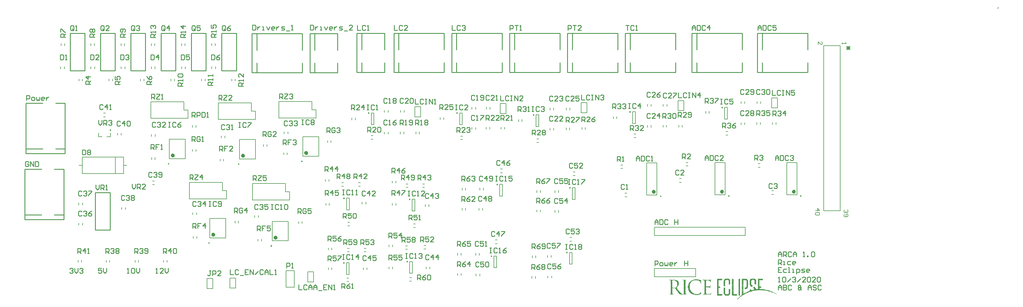
<source format=gto>
G04*
G04 #@! TF.GenerationSoftware,Altium Limited,Altium Designer,21.2.2 (38)*
G04*
G04 Layer_Color=65535*
%FSLAX25Y25*%
%MOIN*%
G70*
G04*
G04 #@! TF.SameCoordinates,995D3981-EE6D-4FB4-BC24-832038281B60*
G04*
G04*
G04 #@! TF.FilePolarity,Positive*
G04*
G01*
G75*
%ADD10C,0.02362*%
%ADD11C,0.00984*%
%ADD12C,0.00394*%
%ADD13C,0.00787*%
%ADD14C,0.01000*%
%ADD15C,0.00800*%
G36*
X828143Y-312800D02*
X830278D01*
Y-313227D01*
X830705D01*
Y-312800D01*
X831132D01*
Y-313227D01*
X833267D01*
Y-314509D01*
X832840D01*
Y-314935D01*
X833267D01*
Y-315363D01*
X832840D01*
Y-315790D01*
X833267D01*
Y-316216D01*
X832840D01*
Y-316644D01*
X833267D01*
Y-317071D01*
X832840D01*
Y-316644D01*
X832413D01*
Y-315363D01*
X831986D01*
Y-314935D01*
X831559D01*
Y-314509D01*
X830278D01*
Y-314082D01*
X829851D01*
Y-313654D01*
X829424D01*
Y-314082D01*
X828997D01*
Y-313654D01*
X824300D01*
Y-314082D01*
X823019D01*
Y-314509D01*
X821738D01*
Y-314935D01*
X822165D01*
Y-315363D01*
X820884D01*
Y-316216D01*
X820457D01*
Y-317071D01*
X820030D01*
Y-317924D01*
X819603D01*
Y-318778D01*
X819176D01*
Y-319205D01*
X819603D01*
Y-319633D01*
X819176D01*
Y-320059D01*
X819603D01*
Y-320486D01*
X819176D01*
Y-320914D01*
X819603D01*
Y-321340D01*
X819176D01*
Y-321767D01*
X819603D01*
Y-322195D01*
X819176D01*
Y-322622D01*
X819603D01*
Y-323049D01*
X819176D01*
Y-323476D01*
X819603D01*
Y-324757D01*
X820030D01*
Y-325184D01*
X820457D01*
Y-326465D01*
X820884D01*
Y-326892D01*
X821311D01*
Y-327319D01*
X821738D01*
Y-327746D01*
X822165D01*
Y-328173D01*
X822592D01*
Y-328600D01*
X823019D01*
Y-329027D01*
X823446D01*
Y-329454D01*
X824727D01*
Y-329881D01*
X825154D01*
Y-330308D01*
X825581D01*
Y-329881D01*
X826008D01*
Y-330308D01*
X826435D01*
Y-329881D01*
X826862D01*
Y-330308D01*
X829851D01*
Y-329881D01*
X830278D01*
Y-330308D01*
X830705D01*
Y-329881D01*
X831132D01*
Y-329454D01*
X831986D01*
Y-328600D01*
X832413D01*
Y-328173D01*
X832840D01*
Y-328600D01*
X833267D01*
Y-329027D01*
X832840D01*
Y-329454D01*
X833267D01*
Y-329881D01*
X832840D01*
Y-330308D01*
X832413D01*
Y-330735D01*
X831986D01*
Y-331162D01*
X831559D01*
Y-330735D01*
X831132D01*
Y-331162D01*
X829851D01*
Y-331589D01*
X829424D01*
Y-331162D01*
X828997D01*
Y-331589D01*
X828570D01*
Y-331162D01*
X828143D01*
Y-331589D01*
X827716D01*
Y-331162D01*
X827289D01*
Y-331589D01*
X826862D01*
Y-331162D01*
X826435D01*
Y-331589D01*
X826008D01*
Y-331162D01*
X824727D01*
Y-330735D01*
X824300D01*
Y-331162D01*
X823873D01*
Y-330735D01*
X822592D01*
Y-330308D01*
X822165D01*
Y-329881D01*
X820884D01*
Y-329454D01*
X820457D01*
Y-329027D01*
X820030D01*
Y-328600D01*
X819603D01*
Y-328173D01*
X819176D01*
Y-327746D01*
X818749D01*
Y-327319D01*
X818322D01*
Y-326892D01*
X818749D01*
Y-326465D01*
X818322D01*
Y-326038D01*
X817895D01*
Y-325611D01*
X817468D01*
Y-325184D01*
X817895D01*
Y-324757D01*
X817468D01*
Y-322622D01*
X817041D01*
Y-321340D01*
X817468D01*
Y-320914D01*
X817041D01*
Y-320486D01*
X817468D01*
Y-319205D01*
X817895D01*
Y-318778D01*
X817468D01*
Y-318352D01*
X817895D01*
Y-317924D01*
X818322D01*
Y-316644D01*
X818749D01*
Y-316216D01*
X819176D01*
Y-315790D01*
X819603D01*
Y-315363D01*
X820030D01*
Y-314935D01*
X820457D01*
Y-314509D01*
X820884D01*
Y-314082D01*
X822165D01*
Y-313654D01*
X822592D01*
Y-313227D01*
X823873D01*
Y-312800D01*
X824300D01*
Y-313227D01*
X824727D01*
Y-312800D01*
X826008D01*
Y-312373D01*
X826435D01*
Y-312800D01*
X826862D01*
Y-312373D01*
X827289D01*
Y-312800D01*
X827716D01*
Y-312373D01*
X828143D01*
Y-312800D01*
D02*
G37*
G36*
X814906Y-313227D02*
X815333D01*
Y-313654D01*
X814052D01*
Y-314082D01*
X814479D01*
Y-314509D01*
X814052D01*
Y-314935D01*
X814479D01*
Y-315363D01*
X814052D01*
Y-315790D01*
X814479D01*
Y-316216D01*
X814052D01*
Y-316644D01*
X814479D01*
Y-317071D01*
X814052D01*
Y-317497D01*
X814479D01*
Y-317924D01*
X814052D01*
Y-318352D01*
X814479D01*
Y-318778D01*
X814052D01*
Y-319205D01*
X814479D01*
Y-319633D01*
X814052D01*
Y-320059D01*
X814479D01*
Y-320486D01*
X814052D01*
Y-320914D01*
X814479D01*
Y-321340D01*
X814052D01*
Y-321767D01*
X814479D01*
Y-322195D01*
X814052D01*
Y-322622D01*
X814479D01*
Y-323049D01*
X814052D01*
Y-323476D01*
X814479D01*
Y-323903D01*
X814052D01*
Y-324330D01*
X814479D01*
Y-324757D01*
X814052D01*
Y-325184D01*
X814479D01*
Y-325611D01*
X814052D01*
Y-326038D01*
X814479D01*
Y-326465D01*
X814052D01*
Y-326892D01*
X814479D01*
Y-327319D01*
X814052D01*
Y-327746D01*
X814479D01*
Y-328173D01*
X814052D01*
Y-328600D01*
X814479D01*
Y-329027D01*
X814052D01*
Y-329454D01*
X814479D01*
Y-330308D01*
X815333D01*
Y-330735D01*
X815760D01*
Y-331162D01*
X815333D01*
Y-330735D01*
X814906D01*
Y-331162D01*
X814479D01*
Y-330735D01*
X814052D01*
Y-331162D01*
X813625D01*
Y-330735D01*
X813198D01*
Y-331162D01*
X812771D01*
Y-330735D01*
X812344D01*
Y-331162D01*
X811917D01*
Y-330735D01*
X811490D01*
Y-330308D01*
X811917D01*
Y-329881D01*
X812344D01*
Y-329454D01*
X811917D01*
Y-329027D01*
X812344D01*
Y-327746D01*
X811917D01*
Y-327319D01*
X812344D01*
Y-326038D01*
X811917D01*
Y-325611D01*
X812344D01*
Y-324330D01*
X811917D01*
Y-323903D01*
X812344D01*
Y-322622D01*
X811917D01*
Y-322195D01*
X812344D01*
Y-319205D01*
X811917D01*
Y-318778D01*
X812344D01*
Y-315790D01*
X811917D01*
Y-315363D01*
X812344D01*
Y-314082D01*
X811917D01*
Y-313654D01*
X811490D01*
Y-313227D01*
X811063D01*
Y-312800D01*
X811490D01*
Y-313227D01*
X812771D01*
Y-312800D01*
X813198D01*
Y-313227D01*
X814479D01*
Y-312800D01*
X814906D01*
Y-313227D01*
D02*
G37*
G36*
X801242D02*
X803377D01*
Y-313654D01*
X803804D01*
Y-314082D01*
X805085D01*
Y-314509D01*
X805512D01*
Y-314935D01*
X805939D01*
Y-315363D01*
X805512D01*
Y-315790D01*
X805939D01*
Y-316216D01*
X806366D01*
Y-316644D01*
X805939D01*
Y-317071D01*
X806366D01*
Y-318352D01*
X805939D01*
Y-319633D01*
X805512D01*
Y-320486D01*
X805085D01*
Y-321340D01*
X804658D01*
Y-321767D01*
X804231D01*
Y-322195D01*
X803804D01*
Y-322622D01*
X803377D01*
Y-323049D01*
X803804D01*
Y-323476D01*
X804231D01*
Y-323903D01*
X804658D01*
Y-324330D01*
X805085D01*
Y-324757D01*
X804658D01*
Y-325184D01*
X805512D01*
Y-326038D01*
X805939D01*
Y-326465D01*
X806366D01*
Y-326892D01*
X806793D01*
Y-327319D01*
X807220D01*
Y-327746D01*
X807647D01*
Y-328173D01*
X808074D01*
Y-328600D01*
X808501D01*
Y-329027D01*
X808928D01*
Y-329454D01*
X809355D01*
Y-329881D01*
X809782D01*
Y-330308D01*
X811063D01*
Y-330735D01*
X811490D01*
Y-331162D01*
X811063D01*
Y-330735D01*
X810636D01*
Y-331162D01*
X810209D01*
Y-330735D01*
X809782D01*
Y-331162D01*
X809355D01*
Y-330735D01*
X808928D01*
Y-331162D01*
X808501D01*
Y-330735D01*
X807220D01*
Y-330308D01*
X806793D01*
Y-329881D01*
X806366D01*
Y-329454D01*
X805939D01*
Y-329027D01*
X805512D01*
Y-328173D01*
X805085D01*
Y-327319D01*
X804658D01*
Y-326892D01*
X804231D01*
Y-326465D01*
X803804D01*
Y-326038D01*
X803377D01*
Y-325611D01*
X802950D01*
Y-324757D01*
X802523D01*
Y-323903D01*
X802096D01*
Y-323476D01*
X801669D01*
Y-323049D01*
X801242D01*
Y-323476D01*
X800815D01*
Y-323049D01*
X800388D01*
Y-323476D01*
X799961D01*
Y-323049D01*
X799534D01*
Y-323476D01*
X799107D01*
Y-323049D01*
X798680D01*
Y-323476D01*
X798253D01*
Y-325611D01*
X798680D01*
Y-326038D01*
X798253D01*
Y-327319D01*
X798680D01*
Y-327746D01*
X798253D01*
Y-329027D01*
X798680D01*
Y-330308D01*
X799107D01*
Y-330735D01*
X799534D01*
Y-331162D01*
X799107D01*
Y-330735D01*
X798680D01*
Y-331162D01*
X798253D01*
Y-330735D01*
X797826D01*
Y-331162D01*
X797399D01*
Y-330735D01*
X796972D01*
Y-331162D01*
X796545D01*
Y-330735D01*
X796118D01*
Y-331162D01*
X795691D01*
Y-330735D01*
X795264D01*
Y-330308D01*
X796545D01*
Y-329881D01*
X796118D01*
Y-329454D01*
X796545D01*
Y-329027D01*
X796118D01*
Y-328600D01*
X796545D01*
Y-328173D01*
X796118D01*
Y-327746D01*
X796545D01*
Y-327319D01*
X796118D01*
Y-326892D01*
X796545D01*
Y-326465D01*
X796118D01*
Y-326038D01*
X796545D01*
Y-325611D01*
X796118D01*
Y-325184D01*
X796545D01*
Y-324757D01*
X796118D01*
Y-324330D01*
X796545D01*
Y-323903D01*
X796118D01*
Y-323476D01*
X796545D01*
Y-322195D01*
X796118D01*
Y-321767D01*
X796545D01*
Y-321340D01*
X796118D01*
Y-320914D01*
X796545D01*
Y-320486D01*
X796118D01*
Y-320059D01*
X796545D01*
Y-319633D01*
X796118D01*
Y-319205D01*
X796545D01*
Y-318778D01*
X796118D01*
Y-318352D01*
X796545D01*
Y-317924D01*
X796118D01*
Y-317497D01*
X796545D01*
Y-317071D01*
X796118D01*
Y-316644D01*
X796545D01*
Y-316216D01*
X796118D01*
Y-315790D01*
X796545D01*
Y-315363D01*
X796118D01*
Y-314935D01*
X796545D01*
Y-314509D01*
X796118D01*
Y-313654D01*
X795264D01*
Y-313227D01*
X794837D01*
Y-312800D01*
X795264D01*
Y-313227D01*
X795691D01*
Y-312800D01*
X796118D01*
Y-313227D01*
X797399D01*
Y-312800D01*
X797826D01*
Y-313227D01*
X799107D01*
Y-312800D01*
X799534D01*
Y-313227D01*
X799961D01*
Y-312800D01*
X800388D01*
Y-313227D01*
X800815D01*
Y-312800D01*
X801242D01*
Y-313227D01*
D02*
G37*
G36*
X832840Y-317497D02*
X833267D01*
Y-317924D01*
X832840D01*
Y-317497D01*
X832413D01*
Y-317071D01*
X832840D01*
Y-317497D01*
D02*
G37*
G36*
X799961Y-330735D02*
X800388D01*
Y-331162D01*
X799961D01*
Y-330735D01*
X799534D01*
Y-330308D01*
X799961D01*
Y-330735D01*
D02*
G37*
G36*
X858034Y-311946D02*
X858461D01*
Y-312373D01*
X858888D01*
Y-312800D01*
X858461D01*
Y-313227D01*
X858034D01*
Y-313654D01*
X857607D01*
Y-313227D01*
X857180D01*
Y-313654D01*
X856753D01*
Y-313227D01*
X856326D01*
Y-313654D01*
X855899D01*
Y-313227D01*
X855472D01*
Y-313654D01*
X855045D01*
Y-313227D01*
X854618D01*
Y-313654D01*
X854191D01*
Y-320914D01*
X854618D01*
Y-321340D01*
X855045D01*
Y-320914D01*
X855472D01*
Y-321340D01*
X855899D01*
Y-321767D01*
X856326D01*
Y-322622D01*
X855472D01*
Y-323049D01*
X855045D01*
Y-322622D01*
X854191D01*
Y-330308D01*
X855472D01*
Y-330735D01*
X855899D01*
Y-330308D01*
X857180D01*
Y-330735D01*
X857607D01*
Y-330308D01*
X858888D01*
Y-330735D01*
X858461D01*
Y-331162D01*
X858888D01*
Y-331589D01*
X858461D01*
Y-332016D01*
X858034D01*
Y-332443D01*
X857607D01*
Y-332016D01*
X857180D01*
Y-332443D01*
X856753D01*
Y-332016D01*
X856326D01*
Y-332443D01*
X855899D01*
Y-332016D01*
X855472D01*
Y-332443D01*
X855045D01*
Y-332016D01*
X854618D01*
Y-332443D01*
X854191D01*
Y-332016D01*
X853764D01*
Y-332443D01*
X853337D01*
Y-332016D01*
X852910D01*
Y-332443D01*
X852483D01*
Y-311519D01*
X852910D01*
Y-311946D01*
X853337D01*
Y-311519D01*
X853764D01*
Y-311946D01*
X854191D01*
Y-311519D01*
X854618D01*
Y-311946D01*
X855045D01*
Y-311519D01*
X855472D01*
Y-311946D01*
X855899D01*
Y-311519D01*
X856326D01*
Y-311946D01*
X856753D01*
Y-311519D01*
X857180D01*
Y-311946D01*
X857607D01*
Y-311519D01*
X858034D01*
Y-311946D01*
D02*
G37*
G36*
X844797Y-313227D02*
X845224D01*
Y-313654D01*
X844797D01*
Y-315790D01*
X844370D01*
Y-315363D01*
X843943D01*
Y-314935D01*
X844370D01*
Y-314509D01*
X843943D01*
Y-314082D01*
X843515D01*
Y-314509D01*
X843089D01*
Y-314082D01*
X841807D01*
Y-313654D01*
X841381D01*
Y-314082D01*
X840954D01*
Y-313654D01*
X840526D01*
Y-314082D01*
X840100D01*
Y-313654D01*
X839672D01*
Y-314082D01*
X839246D01*
Y-314509D01*
X838818D01*
Y-314935D01*
X839246D01*
Y-315363D01*
X838818D01*
Y-315790D01*
X839246D01*
Y-316216D01*
X838818D01*
Y-316644D01*
X839246D01*
Y-317071D01*
X838818D01*
Y-317497D01*
X839246D01*
Y-317924D01*
X838818D01*
Y-318352D01*
X839246D01*
Y-318778D01*
X838818D01*
Y-319205D01*
X839246D01*
Y-319633D01*
X838818D01*
Y-320059D01*
X839246D01*
Y-320486D01*
X838818D01*
Y-320914D01*
X843943D01*
Y-320059D01*
X844370D01*
Y-320486D01*
X844797D01*
Y-320914D01*
X844370D01*
Y-323049D01*
X843943D01*
Y-322622D01*
X843515D01*
Y-322195D01*
X842235D01*
Y-321767D01*
X841807D01*
Y-322195D01*
X841381D01*
Y-321767D01*
X840954D01*
Y-322195D01*
X840526D01*
Y-321767D01*
X840100D01*
Y-322195D01*
X839672D01*
Y-321767D01*
X839246D01*
Y-322195D01*
X838818D01*
Y-322622D01*
X839246D01*
Y-323049D01*
X838818D01*
Y-323476D01*
X839246D01*
Y-323903D01*
X838818D01*
Y-324330D01*
X839246D01*
Y-324757D01*
X838818D01*
Y-325184D01*
X839246D01*
Y-325611D01*
X838818D01*
Y-326038D01*
X839246D01*
Y-326465D01*
X838818D01*
Y-326892D01*
X839246D01*
Y-327319D01*
X838818D01*
Y-327746D01*
X839246D01*
Y-328173D01*
X838818D01*
Y-328600D01*
X839246D01*
Y-329881D01*
X840526D01*
Y-330308D01*
X841807D01*
Y-329881D01*
X842235D01*
Y-330308D01*
X842661D01*
Y-329881D01*
X843089D01*
Y-330308D01*
X843515D01*
Y-329881D01*
X843943D01*
Y-330308D01*
X844370D01*
Y-329881D01*
X844797D01*
Y-329454D01*
X845224D01*
Y-330735D01*
X844797D01*
Y-331162D01*
X844370D01*
Y-330735D01*
X843943D01*
Y-331162D01*
X843515D01*
Y-330735D01*
X843089D01*
Y-331162D01*
X842661D01*
Y-330735D01*
X842235D01*
Y-331162D01*
X841807D01*
Y-330735D01*
X841381D01*
Y-331162D01*
X840954D01*
Y-330735D01*
X840526D01*
Y-331162D01*
X840100D01*
Y-330735D01*
X839672D01*
Y-331162D01*
X839246D01*
Y-330735D01*
X838818D01*
Y-331162D01*
X838391D01*
Y-330735D01*
X837965D01*
Y-331162D01*
X837537D01*
Y-330735D01*
X837111D01*
Y-331162D01*
X836683D01*
Y-330735D01*
X836257D01*
Y-330308D01*
X836683D01*
Y-329881D01*
X837111D01*
Y-323476D01*
X837537D01*
Y-323049D01*
X837111D01*
Y-321767D01*
X837537D01*
Y-321340D01*
X837111D01*
Y-320059D01*
X837537D01*
Y-319633D01*
X837111D01*
Y-318352D01*
X837537D01*
Y-317924D01*
X837111D01*
Y-316644D01*
X837537D01*
Y-316216D01*
X837111D01*
Y-314082D01*
X836683D01*
Y-313654D01*
X836257D01*
Y-313227D01*
X835829D01*
Y-312800D01*
X836257D01*
Y-313227D01*
X836683D01*
Y-312800D01*
X837111D01*
Y-313227D01*
X838391D01*
Y-312800D01*
X838818D01*
Y-313227D01*
X840100D01*
Y-312800D01*
X840526D01*
Y-313227D01*
X841807D01*
Y-312800D01*
X842235D01*
Y-313227D01*
X843515D01*
Y-312800D01*
X843943D01*
Y-313227D01*
X844370D01*
Y-312800D01*
X844797D01*
Y-313227D01*
D02*
G37*
G36*
X835402D02*
X835829D01*
Y-313654D01*
X835402D01*
Y-313227D01*
X834976D01*
Y-312800D01*
X835402D01*
Y-313227D01*
D02*
G37*
G36*
X845224Y-329027D02*
X845651D01*
Y-329454D01*
X845224D01*
Y-329027D01*
X844797D01*
Y-328600D01*
X845224D01*
Y-329027D01*
D02*
G37*
G36*
X835829Y-330735D02*
X836257D01*
Y-331162D01*
X835829D01*
Y-330735D01*
X835402D01*
Y-330308D01*
X835829D01*
Y-330735D01*
D02*
G37*
G36*
X1193400Y16400D02*
Y15600D01*
X1191800D01*
Y16400D01*
X1192600D01*
Y17200D01*
X1193400D01*
Y16400D01*
D02*
G37*
G36*
X907566Y-311946D02*
X907993D01*
Y-312373D01*
X908420D01*
Y-312800D01*
X907993D01*
Y-313227D01*
X907566D01*
Y-313654D01*
X907139D01*
Y-313227D01*
X906712D01*
Y-313654D01*
X906285D01*
Y-313227D01*
X905858D01*
Y-313654D01*
X905431D01*
Y-313227D01*
X905004D01*
Y-313654D01*
X904577D01*
Y-313227D01*
X904150D01*
Y-313654D01*
X903723D01*
Y-314935D01*
X904150D01*
Y-315363D01*
X903723D01*
Y-316644D01*
X904150D01*
Y-317071D01*
X903723D01*
Y-318352D01*
X904150D01*
Y-318778D01*
X903723D01*
Y-320059D01*
X904150D01*
Y-320486D01*
X903723D01*
Y-320914D01*
X904150D01*
Y-321340D01*
X904577D01*
Y-320914D01*
X905004D01*
Y-321340D01*
X905431D01*
Y-320914D01*
X905858D01*
Y-322622D01*
X905004D01*
Y-323049D01*
X904577D01*
Y-322622D01*
X904150D01*
Y-323049D01*
X903723D01*
Y-323476D01*
X904150D01*
Y-323903D01*
X903723D01*
Y-324330D01*
X907566D01*
Y-324757D01*
X907993D01*
Y-324330D01*
X908420D01*
Y-324757D01*
X908847D01*
Y-324330D01*
X909274D01*
Y-324757D01*
X909701D01*
Y-324330D01*
X910128D01*
Y-324757D01*
X910555D01*
Y-325184D01*
X913544D01*
Y-325611D01*
X914825D01*
Y-326038D01*
X916106D01*
Y-326465D01*
X916533D01*
Y-326892D01*
X916960D01*
Y-326465D01*
X917387D01*
Y-326892D01*
X918668D01*
Y-327319D01*
X919095D01*
Y-327746D01*
X920376D01*
Y-328173D01*
X920803D01*
Y-328600D01*
X922085D01*
Y-329027D01*
X922511D01*
Y-329454D01*
X922939D01*
Y-329881D01*
X922511D01*
Y-329454D01*
X922085D01*
Y-329027D01*
X921657D01*
Y-329454D01*
X921231D01*
Y-329027D01*
X920803D01*
Y-328600D01*
X919522D01*
Y-328173D01*
X918241D01*
Y-327746D01*
X916960D01*
Y-327319D01*
X915679D01*
Y-326892D01*
X914398D01*
Y-326465D01*
X913971D01*
Y-326892D01*
X913544D01*
Y-326465D01*
X912263D01*
Y-326038D01*
X911836D01*
Y-326465D01*
X911409D01*
Y-326038D01*
X910128D01*
Y-325611D01*
X909701D01*
Y-326038D01*
X909274D01*
Y-325611D01*
X908847D01*
Y-326038D01*
X908420D01*
Y-325611D01*
X907993D01*
Y-326038D01*
X907566D01*
Y-325611D01*
X901161D01*
Y-326038D01*
X900734D01*
Y-325611D01*
X900307D01*
Y-326038D01*
X899880D01*
Y-325611D01*
X899453D01*
Y-326038D01*
X898172D01*
Y-326465D01*
X897745D01*
Y-326038D01*
X897318D01*
Y-326465D01*
X895183D01*
Y-326892D01*
X894756D01*
Y-327319D01*
X894329D01*
Y-326892D01*
X893902D01*
Y-327319D01*
X892621D01*
Y-327746D01*
X891340D01*
Y-328173D01*
X890059D01*
Y-328600D01*
X889632D01*
Y-329027D01*
X888351D01*
Y-329454D01*
X887924D01*
Y-329881D01*
X887497D01*
Y-329454D01*
X887070D01*
Y-329881D01*
X886643D01*
Y-330308D01*
X886216D01*
Y-330735D01*
X884935D01*
Y-331162D01*
X884508D01*
Y-331589D01*
X883227D01*
Y-332016D01*
X882800D01*
Y-332443D01*
X882373D01*
Y-332870D01*
X881946D01*
Y-333297D01*
X881092D01*
Y-333724D01*
X880665D01*
Y-334151D01*
X879811D01*
Y-334578D01*
X879384D01*
Y-333724D01*
X880238D01*
Y-333297D01*
X880665D01*
Y-332870D01*
X881092D01*
Y-332443D01*
X881519D01*
Y-332016D01*
X881946D01*
Y-331589D01*
X882373D01*
Y-331162D01*
X882800D01*
Y-330735D01*
X882373D01*
Y-330308D01*
X882800D01*
Y-329881D01*
X882373D01*
Y-329454D01*
X882800D01*
Y-329027D01*
X882373D01*
Y-328600D01*
X882800D01*
Y-328173D01*
X882373D01*
Y-327746D01*
X882800D01*
Y-327319D01*
X882373D01*
Y-326892D01*
X882800D01*
Y-326465D01*
X882373D01*
Y-326038D01*
X882800D01*
Y-325611D01*
X882373D01*
Y-325184D01*
X882800D01*
Y-324757D01*
X882373D01*
Y-324330D01*
X882800D01*
Y-323903D01*
X882373D01*
Y-323476D01*
X882800D01*
Y-323049D01*
X882373D01*
Y-322622D01*
X882800D01*
Y-322195D01*
X882373D01*
Y-321767D01*
X882800D01*
Y-321340D01*
X882373D01*
Y-320914D01*
X882800D01*
Y-320486D01*
X882373D01*
Y-320059D01*
X882800D01*
Y-319633D01*
X882373D01*
Y-319205D01*
X882800D01*
Y-318778D01*
X882373D01*
Y-318352D01*
X882800D01*
Y-317924D01*
X882373D01*
Y-317497D01*
X882800D01*
Y-317071D01*
X882373D01*
Y-316644D01*
X882800D01*
Y-316216D01*
X882373D01*
Y-315790D01*
X882800D01*
Y-315363D01*
X882373D01*
Y-314935D01*
X882800D01*
Y-314509D01*
X882373D01*
Y-314082D01*
X882800D01*
Y-313654D01*
X882373D01*
Y-313227D01*
X882800D01*
Y-312800D01*
X882373D01*
Y-312373D01*
X882800D01*
Y-311946D01*
X882373D01*
Y-311519D01*
X882800D01*
Y-311946D01*
X883227D01*
Y-311519D01*
X883654D01*
Y-311946D01*
X884081D01*
Y-311519D01*
X884508D01*
Y-311946D01*
X884935D01*
Y-311519D01*
X885362D01*
Y-311946D01*
X885789D01*
Y-311519D01*
X886216D01*
Y-311946D01*
X886643D01*
Y-311519D01*
X887070D01*
Y-311946D01*
X887497D01*
Y-311519D01*
X887924D01*
Y-311946D01*
X888351D01*
Y-312373D01*
X888778D01*
Y-312800D01*
X889205D01*
Y-313227D01*
X889632D01*
Y-313654D01*
X890059D01*
Y-318352D01*
X890486D01*
Y-318778D01*
X890059D01*
Y-321767D01*
X889632D01*
Y-323049D01*
X889205D01*
Y-323476D01*
X888778D01*
Y-323903D01*
X887497D01*
Y-324330D01*
X887070D01*
Y-323903D01*
X886643D01*
Y-324330D01*
X886216D01*
Y-323903D01*
X885789D01*
Y-323476D01*
X886216D01*
Y-323049D01*
X885789D01*
Y-322622D01*
X887070D01*
Y-322195D01*
X887497D01*
Y-321767D01*
X887924D01*
Y-321340D01*
X888351D01*
Y-314082D01*
X887924D01*
Y-313654D01*
X886643D01*
Y-313227D01*
X886216D01*
Y-313654D01*
X885789D01*
Y-313227D01*
X885362D01*
Y-313654D01*
X884935D01*
Y-313227D01*
X884508D01*
Y-313654D01*
X884081D01*
Y-314082D01*
X884508D01*
Y-314509D01*
X884081D01*
Y-314935D01*
X884508D01*
Y-315363D01*
X884081D01*
Y-315790D01*
X884508D01*
Y-316216D01*
X884081D01*
Y-316644D01*
X884508D01*
Y-317071D01*
X884081D01*
Y-317497D01*
X884508D01*
Y-317924D01*
X884081D01*
Y-318352D01*
X884508D01*
Y-318778D01*
X884081D01*
Y-319205D01*
X884508D01*
Y-319633D01*
X884081D01*
Y-320059D01*
X884508D01*
Y-320486D01*
X884081D01*
Y-320914D01*
X884508D01*
Y-321340D01*
X884081D01*
Y-321767D01*
X884508D01*
Y-322195D01*
X884081D01*
Y-322622D01*
X884508D01*
Y-323049D01*
X884081D01*
Y-323476D01*
X884508D01*
Y-323903D01*
X884081D01*
Y-324330D01*
X884508D01*
Y-324757D01*
X884081D01*
Y-325184D01*
X884508D01*
Y-325611D01*
X884081D01*
Y-326038D01*
X884508D01*
Y-326465D01*
X884081D01*
Y-326892D01*
X884508D01*
Y-327319D01*
X884081D01*
Y-327746D01*
X884508D01*
Y-328173D01*
X884081D01*
Y-328600D01*
X884508D01*
Y-329027D01*
X884081D01*
Y-329454D01*
X884508D01*
Y-329881D01*
X884935D01*
Y-329454D01*
X886216D01*
Y-329027D01*
X886643D01*
Y-328600D01*
X887924D01*
Y-328173D01*
X888351D01*
Y-327746D01*
X888778D01*
Y-327319D01*
X889205D01*
Y-327746D01*
X889632D01*
Y-327319D01*
X890059D01*
Y-326892D01*
X891340D01*
Y-326465D01*
X891767D01*
Y-326038D01*
X892194D01*
Y-325611D01*
X891767D01*
Y-325184D01*
X892194D01*
Y-324757D01*
X892621D01*
Y-324330D01*
X893048D01*
Y-324757D01*
X893475D01*
Y-325184D01*
X893902D01*
Y-325611D01*
X894329D01*
Y-325184D01*
X894756D01*
Y-325611D01*
X895183D01*
Y-325184D01*
X896464D01*
Y-324757D01*
X896891D01*
Y-325184D01*
X897318D01*
Y-324757D01*
X897745D01*
Y-324330D01*
X897318D01*
Y-323903D01*
X896891D01*
Y-323476D01*
X896464D01*
Y-323049D01*
X896037D01*
Y-322622D01*
X896464D01*
Y-321767D01*
X898172D01*
Y-322195D01*
X898599D01*
Y-322622D01*
X899026D01*
Y-323476D01*
X899453D01*
Y-324330D01*
X902015D01*
Y-323476D01*
X902442D01*
Y-323049D01*
X902015D01*
Y-321767D01*
X902442D01*
Y-321340D01*
X902015D01*
Y-320059D01*
X902442D01*
Y-319633D01*
X902015D01*
Y-318352D01*
X902442D01*
Y-317924D01*
X902015D01*
Y-316644D01*
X902442D01*
Y-316216D01*
X902015D01*
Y-314935D01*
X902442D01*
Y-314509D01*
X902015D01*
Y-313227D01*
X902442D01*
Y-312800D01*
X902015D01*
Y-311519D01*
X902442D01*
Y-311946D01*
X902869D01*
Y-311519D01*
X903296D01*
Y-311946D01*
X903723D01*
Y-311519D01*
X904150D01*
Y-311946D01*
X904577D01*
Y-311519D01*
X905004D01*
Y-311946D01*
X905431D01*
Y-311519D01*
X905858D01*
Y-311946D01*
X906285D01*
Y-311519D01*
X906712D01*
Y-311946D01*
X907139D01*
Y-311519D01*
X907566D01*
Y-311946D01*
D02*
G37*
G36*
X898172D02*
X898599D01*
Y-312373D01*
X899026D01*
Y-312800D01*
X899453D01*
Y-313227D01*
X899880D01*
Y-313654D01*
X899453D01*
Y-314082D01*
X899880D01*
Y-314509D01*
X899453D01*
Y-314935D01*
X899880D01*
Y-315363D01*
X899453D01*
Y-315790D01*
X899880D01*
Y-316216D01*
X899453D01*
Y-316644D01*
X899880D01*
Y-317071D01*
X899453D01*
Y-317497D01*
X899880D01*
Y-317924D01*
X899453D01*
Y-318352D01*
X899880D01*
Y-318778D01*
X898599D01*
Y-318352D01*
X898172D01*
Y-317924D01*
X897745D01*
Y-317497D01*
X898172D01*
Y-317071D01*
X897745D01*
Y-316644D01*
X898172D01*
Y-316216D01*
X897745D01*
Y-315790D01*
X898172D01*
Y-315363D01*
X897745D01*
Y-314935D01*
X898172D01*
Y-314509D01*
X897745D01*
Y-314082D01*
X898172D01*
Y-313654D01*
X896891D01*
Y-313227D01*
X896464D01*
Y-312800D01*
X896037D01*
Y-313227D01*
X895610D01*
Y-312800D01*
X895183D01*
Y-313227D01*
X894756D01*
Y-313654D01*
X894329D01*
Y-314082D01*
X893902D01*
Y-314509D01*
X893475D01*
Y-314935D01*
X893902D01*
Y-316216D01*
X893475D01*
Y-316644D01*
X893902D01*
Y-317924D01*
X893475D01*
Y-318352D01*
X893902D01*
Y-318778D01*
X894329D01*
Y-319205D01*
X894756D01*
Y-319633D01*
X895183D01*
Y-320059D01*
X895610D01*
Y-320914D01*
X895183D01*
Y-321340D01*
X893475D01*
Y-320914D01*
X893048D01*
Y-320486D01*
X892621D01*
Y-319205D01*
X892194D01*
Y-318778D01*
X891767D01*
Y-318352D01*
X892194D01*
Y-317924D01*
X891767D01*
Y-317497D01*
X892194D01*
Y-317071D01*
X891767D01*
Y-316644D01*
X892194D01*
Y-316216D01*
X891767D01*
Y-315790D01*
X892194D01*
Y-315363D01*
X891767D01*
Y-314935D01*
X892194D01*
Y-314509D01*
X891767D01*
Y-314082D01*
X892194D01*
Y-313227D01*
X892621D01*
Y-312373D01*
X893048D01*
Y-311946D01*
X893475D01*
Y-311519D01*
X893902D01*
Y-311946D01*
X894329D01*
Y-311519D01*
X898172D01*
Y-311946D01*
D02*
G37*
G36*
X880238D02*
X880665D01*
Y-312373D01*
X880238D01*
Y-332443D01*
X879811D01*
Y-332016D01*
X879384D01*
Y-332443D01*
X878957D01*
Y-332016D01*
X878530D01*
Y-327319D01*
X878103D01*
Y-326892D01*
X878530D01*
Y-320486D01*
X878103D01*
Y-320059D01*
X878530D01*
Y-313654D01*
X878103D01*
Y-313227D01*
X878530D01*
Y-311946D01*
X878957D01*
Y-311519D01*
X879384D01*
Y-311946D01*
X879811D01*
Y-311519D01*
X880238D01*
Y-311946D01*
D02*
G37*
G36*
X871698D02*
X872125D01*
Y-312373D01*
X872552D01*
Y-312800D01*
X872125D01*
Y-313227D01*
X872552D01*
Y-313654D01*
X872125D01*
Y-314082D01*
X872552D01*
Y-314509D01*
X872125D01*
Y-314935D01*
X872552D01*
Y-315363D01*
X872125D01*
Y-315790D01*
X872552D01*
Y-316216D01*
X872125D01*
Y-316644D01*
X872552D01*
Y-317071D01*
X872125D01*
Y-317497D01*
X872552D01*
Y-317924D01*
X872125D01*
Y-318352D01*
X872552D01*
Y-318778D01*
X872125D01*
Y-319205D01*
X872552D01*
Y-319633D01*
X872125D01*
Y-320059D01*
X872552D01*
Y-320486D01*
X872125D01*
Y-320914D01*
X872552D01*
Y-321340D01*
X872125D01*
Y-321767D01*
X872552D01*
Y-322195D01*
X872125D01*
Y-322622D01*
X872552D01*
Y-323049D01*
X872125D01*
Y-323476D01*
X872552D01*
Y-323903D01*
X872125D01*
Y-324330D01*
X872552D01*
Y-324757D01*
X872125D01*
Y-325184D01*
X872552D01*
Y-325611D01*
X872125D01*
Y-326038D01*
X872552D01*
Y-326465D01*
X872125D01*
Y-326892D01*
X872552D01*
Y-327319D01*
X872125D01*
Y-327746D01*
X872552D01*
Y-328173D01*
X872125D01*
Y-328600D01*
X872552D01*
Y-329027D01*
X872125D01*
Y-329454D01*
X872552D01*
Y-329881D01*
X872125D01*
Y-330308D01*
X872552D01*
Y-330735D01*
X872979D01*
Y-330308D01*
X874260D01*
Y-330735D01*
X874687D01*
Y-330308D01*
X875968D01*
Y-330735D01*
X876395D01*
Y-331162D01*
X876822D01*
Y-331589D01*
X876395D01*
Y-332016D01*
X876822D01*
Y-332443D01*
X876395D01*
Y-332016D01*
X875968D01*
Y-332443D01*
X875541D01*
Y-332016D01*
X875114D01*
Y-332443D01*
X874687D01*
Y-332016D01*
X874260D01*
Y-332443D01*
X873833D01*
Y-332016D01*
X873406D01*
Y-332443D01*
X872979D01*
Y-332016D01*
X872552D01*
Y-332443D01*
X872125D01*
Y-332016D01*
X871698D01*
Y-332443D01*
X871271D01*
Y-332016D01*
X870844D01*
Y-331589D01*
X870417D01*
Y-331162D01*
X870844D01*
Y-330735D01*
X870417D01*
Y-330308D01*
X870844D01*
Y-329881D01*
X870417D01*
Y-329454D01*
X870844D01*
Y-329027D01*
X870417D01*
Y-328600D01*
X870844D01*
Y-328173D01*
X870417D01*
Y-327746D01*
X870844D01*
Y-327319D01*
X870417D01*
Y-326892D01*
X870844D01*
Y-326465D01*
X870417D01*
Y-326038D01*
X870844D01*
Y-325611D01*
X870417D01*
Y-325184D01*
X870844D01*
Y-324757D01*
X870417D01*
Y-324330D01*
X870844D01*
Y-323903D01*
X870417D01*
Y-323476D01*
X870844D01*
Y-323049D01*
X870417D01*
Y-322622D01*
X870844D01*
Y-322195D01*
X870417D01*
Y-321767D01*
X870844D01*
Y-321340D01*
X870417D01*
Y-320914D01*
X870844D01*
Y-320486D01*
X870417D01*
Y-320059D01*
X870844D01*
Y-319633D01*
X870417D01*
Y-319205D01*
X870844D01*
Y-318778D01*
X870417D01*
Y-318352D01*
X870844D01*
Y-317924D01*
X870417D01*
Y-317497D01*
X870844D01*
Y-317071D01*
X870417D01*
Y-316644D01*
X870844D01*
Y-316216D01*
X870417D01*
Y-315790D01*
X870844D01*
Y-315363D01*
X870417D01*
Y-314935D01*
X870844D01*
Y-314509D01*
X870417D01*
Y-314082D01*
X870844D01*
Y-313654D01*
X870417D01*
Y-313227D01*
X870844D01*
Y-312800D01*
X870417D01*
Y-312373D01*
X870844D01*
Y-311946D01*
X870417D01*
Y-311519D01*
X870844D01*
Y-311946D01*
X871271D01*
Y-311519D01*
X871698D01*
Y-311946D01*
D02*
G37*
G36*
X866574D02*
X867001D01*
Y-312373D01*
X867855D01*
Y-313227D01*
X868282D01*
Y-315363D01*
X868709D01*
Y-315790D01*
X868282D01*
Y-317071D01*
X868709D01*
Y-317497D01*
X868282D01*
Y-318778D01*
X866574D01*
Y-317924D01*
X867001D01*
Y-317497D01*
X866574D01*
Y-316216D01*
X867001D01*
Y-315790D01*
X866574D01*
Y-313654D01*
X866147D01*
Y-313227D01*
X864866D01*
Y-312800D01*
X864439D01*
Y-313227D01*
X863158D01*
Y-313654D01*
X862731D01*
Y-314082D01*
X862304D01*
Y-318778D01*
X861877D01*
Y-319205D01*
X862304D01*
Y-320486D01*
X861877D01*
Y-320914D01*
X860596D01*
Y-319633D01*
X860169D01*
Y-319205D01*
X860596D01*
Y-317924D01*
X860169D01*
Y-317497D01*
X860596D01*
Y-316216D01*
X860169D01*
Y-315790D01*
X860596D01*
Y-313654D01*
X861023D01*
Y-313227D01*
X861450D01*
Y-312800D01*
X861023D01*
Y-312373D01*
X861450D01*
Y-311946D01*
X861877D01*
Y-312373D01*
X862304D01*
Y-311946D01*
X862731D01*
Y-311519D01*
X866574D01*
Y-311946D01*
D02*
G37*
G36*
X923792Y-329881D02*
X924220D01*
Y-330308D01*
X924646D01*
Y-330735D01*
X924220D01*
Y-330308D01*
X923792D01*
Y-329881D01*
X923365D01*
Y-329454D01*
X923792D01*
Y-329881D01*
D02*
G37*
G36*
X861877Y-322622D02*
X862304D01*
Y-325611D01*
X861877D01*
Y-326038D01*
X862304D01*
Y-329881D01*
X862731D01*
Y-330308D01*
X863158D01*
Y-330735D01*
X863585D01*
Y-330308D01*
X864012D01*
Y-330735D01*
X864439D01*
Y-330308D01*
X864866D01*
Y-330735D01*
X865293D01*
Y-330308D01*
X866574D01*
Y-328173D01*
X867001D01*
Y-327746D01*
X866574D01*
Y-326465D01*
X867001D01*
Y-326038D01*
X866574D01*
Y-324757D01*
X867001D01*
Y-324330D01*
X868282D01*
Y-324757D01*
X868709D01*
Y-325184D01*
X868282D01*
Y-325611D01*
X868709D01*
Y-326038D01*
X868282D01*
Y-327319D01*
X868709D01*
Y-327746D01*
X868282D01*
Y-329027D01*
X868709D01*
Y-329454D01*
X868282D01*
Y-330735D01*
X867855D01*
Y-331162D01*
X867428D01*
Y-331589D01*
X867001D01*
Y-332016D01*
X866574D01*
Y-332443D01*
X866147D01*
Y-332016D01*
X865720D01*
Y-332443D01*
X864439D01*
Y-332016D01*
X864012D01*
Y-332443D01*
X863585D01*
Y-332016D01*
X863158D01*
Y-332443D01*
X862731D01*
Y-332016D01*
X862304D01*
Y-331589D01*
X861450D01*
Y-330735D01*
X861023D01*
Y-330308D01*
X860596D01*
Y-328173D01*
X860169D01*
Y-327746D01*
X860596D01*
Y-326465D01*
X860169D01*
Y-326038D01*
X860596D01*
Y-325611D01*
X860169D01*
Y-325184D01*
X860596D01*
Y-324757D01*
X860169D01*
Y-324330D01*
X860596D01*
Y-323049D01*
X860169D01*
Y-322622D01*
X861450D01*
Y-322195D01*
X861877D01*
Y-322622D01*
D02*
G37*
G36*
X879384Y-335005D02*
X878957D01*
Y-335432D01*
X878530D01*
Y-334578D01*
X879384D01*
Y-335005D01*
D02*
G37*
G36*
X878530Y-335859D02*
X878103D01*
Y-336286D01*
X877676D01*
Y-336713D01*
X877249D01*
Y-337140D01*
X876822D01*
Y-336286D01*
X877249D01*
Y-335859D01*
X877676D01*
Y-335432D01*
X878530D01*
Y-335859D01*
D02*
G37*
%LPC*%
G36*
X801669Y-313654D02*
X801242D01*
Y-314082D01*
X800815D01*
Y-313654D01*
X798680D01*
Y-314082D01*
X798253D01*
Y-314509D01*
Y-314935D01*
Y-315363D01*
Y-315790D01*
Y-316216D01*
Y-316644D01*
Y-317071D01*
Y-317497D01*
Y-317924D01*
Y-318352D01*
Y-318778D01*
Y-319205D01*
Y-319633D01*
Y-320059D01*
Y-320486D01*
Y-320914D01*
Y-321340D01*
Y-321767D01*
Y-322195D01*
X798680D01*
Y-322622D01*
X802523D01*
Y-322195D01*
X802950D01*
Y-321767D01*
X803377D01*
Y-321340D01*
X803804D01*
Y-320914D01*
X804231D01*
Y-320486D01*
X803804D01*
Y-320059D01*
X804231D01*
Y-319633D01*
Y-319205D01*
Y-318778D01*
Y-318352D01*
Y-317924D01*
Y-317497D01*
Y-317071D01*
X803804D01*
Y-316644D01*
X804231D01*
Y-316216D01*
X803804D01*
Y-315790D01*
X803377D01*
Y-315363D01*
X802950D01*
Y-314935D01*
X803377D01*
Y-314509D01*
X802096D01*
Y-314082D01*
X801669D01*
Y-313654D01*
D02*
G37*
%LPD*%
D10*
X859346Y-206051D02*
X858902Y-205128D01*
X857903Y-204900D01*
X857101Y-205539D01*
Y-206564D01*
X857903Y-207203D01*
X858902Y-206975D01*
X859346Y-206051D01*
X776847Y-206301D02*
X776402Y-205378D01*
X775402Y-205150D01*
X774601Y-205789D01*
Y-206814D01*
X775402Y-207453D01*
X776402Y-207225D01*
X776847Y-206301D01*
X946346Y-206051D02*
X945902Y-205128D01*
X944903Y-204900D01*
X944101Y-205539D01*
Y-206564D01*
X944903Y-207203D01*
X945902Y-206975D01*
X946346Y-206051D01*
X279472Y-162591D02*
X279028Y-161667D01*
X278028Y-161439D01*
X277227Y-162078D01*
Y-163103D01*
X278028Y-163742D01*
X279028Y-163514D01*
X279472Y-162591D01*
X318972Y-261776D02*
X318528Y-260852D01*
X317529Y-260624D01*
X316727Y-261263D01*
Y-262288D01*
X317529Y-262927D01*
X318528Y-262699D01*
X318972Y-261776D01*
X194472Y-162276D02*
X194028Y-161352D01*
X193028Y-161124D01*
X192227Y-161763D01*
Y-162788D01*
X193028Y-163427D01*
X194028Y-163199D01*
X194472Y-162276D01*
X355972Y-159276D02*
X355528Y-158352D01*
X354528Y-158124D01*
X353727Y-158763D01*
Y-159788D01*
X354528Y-160427D01*
X355528Y-160199D01*
X355972Y-159276D01*
X243472Y-258276D02*
X243028Y-257352D01*
X242028Y-257124D01*
X241227Y-257763D01*
Y-258788D01*
X242028Y-259427D01*
X243028Y-259199D01*
X243472Y-258276D01*
D11*
X867122Y-211347D02*
X866384Y-210920D01*
Y-211773D01*
X867122Y-211347D01*
X784622Y-211596D02*
X783884Y-211170D01*
Y-212023D01*
X784622Y-211596D01*
X954122Y-211347D02*
X953384Y-210920D01*
Y-211773D01*
X954122Y-211347D01*
X630516Y-113154D02*
X629778Y-112727D01*
Y-113580D01*
X630516Y-113154D01*
X747437Y-109413D02*
X746699Y-108987D01*
Y-109840D01*
X747437Y-109413D01*
X858858Y-104154D02*
X858120Y-103727D01*
Y-104580D01*
X858858Y-104154D01*
X273646Y-172630D02*
X272907Y-172204D01*
Y-173056D01*
X273646Y-172630D01*
X313146Y-271815D02*
X312407Y-271389D01*
Y-272241D01*
X313146Y-271815D01*
X401150Y-214154D02*
X400411Y-213727D01*
Y-214580D01*
X401150Y-214154D01*
X579571Y-284279D02*
X578833Y-283853D01*
Y-284706D01*
X579571Y-284279D01*
X674571Y-201413D02*
X673833Y-200987D01*
Y-201840D01*
X674571Y-201413D01*
X670992Y-279913D02*
X670254Y-279487D01*
Y-280340D01*
X670992Y-279913D01*
X118319Y-131500D02*
X117581Y-131074D01*
Y-131926D01*
X118319Y-131500D01*
X430937Y-110913D02*
X430199Y-110487D01*
Y-111340D01*
X430937Y-110913D01*
X537937D02*
X537199Y-110487D01*
Y-111340D01*
X537937Y-110913D01*
X188646Y-172315D02*
X187908Y-171889D01*
Y-172741D01*
X188646Y-172315D01*
X350146Y-169315D02*
X349408Y-168889D01*
Y-169741D01*
X350146Y-169315D01*
X237646Y-268315D02*
X236908Y-267889D01*
Y-268741D01*
X237646Y-268315D01*
X480571Y-215413D02*
X479833Y-214987D01*
Y-215840D01*
X480571Y-215413D01*
X477571Y-290913D02*
X476833Y-290487D01*
Y-291340D01*
X477571Y-290913D01*
X401071Y-292413D02*
X400333Y-291987D01*
Y-292840D01*
X401071Y-292413D01*
X586571Y-197413D02*
X585833Y-196987D01*
Y-197840D01*
X586571Y-197413D01*
D12*
X448570Y-141642D02*
D03*
X468070Y-115312D02*
D03*
X767070Y-107945D02*
D03*
X786315D02*
D03*
X899736Y-104686D02*
D03*
X251204Y-146260D02*
D03*
X327328Y-141398D02*
D03*
X216581Y-239229D02*
D03*
X291704Y-242729D02*
D03*
X132430Y-129976D02*
D03*
X117382Y-116914D02*
D03*
X598008Y-184493D02*
D03*
X563204Y-234079D02*
D03*
X682142Y-267493D02*
D03*
X646704Y-315945D02*
D03*
X653190Y-278055D02*
D03*
X246690Y-49555D02*
D03*
X748742Y-213693D02*
D03*
X814708Y-196193D02*
D03*
X926542Y-210893D02*
D03*
X554570Y-135945D02*
D03*
X448570Y-115312D02*
D03*
X554570Y-111445D02*
D03*
X572070D02*
D03*
X649070Y-136945D02*
D03*
Y-112445D02*
D03*
X767070Y-133445D02*
D03*
X668815Y-112445D02*
D03*
X880492Y-130186D02*
D03*
Y-104686D02*
D03*
X166704Y-144445D02*
D03*
X78704Y-251945D02*
D03*
Y-227445D02*
D03*
X130704Y-232945D02*
D03*
X176642Y-198993D02*
D03*
X428689Y-213555D02*
D03*
X505190Y-216555D02*
D03*
X506189Y-292055D02*
D03*
X430190Y-293055D02*
D03*
X591642Y-270493D02*
D03*
X571189Y-196555D02*
D03*
X559704Y-313445D02*
D03*
X566189Y-275555D02*
D03*
X686142Y-187993D02*
D03*
X655204Y-236445D02*
D03*
X662189Y-199555D02*
D03*
X63690Y-49555D02*
D03*
X100289D02*
D03*
X136890D02*
D03*
X173489D02*
D03*
X210089D02*
D03*
D13*
X981600Y-229200D02*
X1001600D01*
X981600Y-29200D02*
X1001600D01*
Y-229200D02*
Y-29200D01*
X981600Y-229200D02*
Y-29200D01*
X849898Y-171012D02*
X862102D01*
X849898Y-209988D02*
X862102D01*
X849898D02*
Y-171012D01*
X862102Y-209988D02*
Y-171012D01*
X779602Y-210238D02*
Y-171262D01*
X767398Y-210238D02*
Y-171262D01*
Y-210238D02*
X779602D01*
X767398Y-171262D02*
X779602D01*
X949102Y-209988D02*
Y-171012D01*
X936898Y-209988D02*
Y-171012D01*
Y-209988D02*
X949102D01*
X936898Y-171012D02*
X949102D01*
X480319Y-310433D02*
X482681D01*
X480319Y-314567D02*
X482681D01*
X449602Y-136378D02*
Y-134016D01*
X454130Y-136378D02*
Y-134016D01*
X469102Y-110047D02*
Y-107685D01*
X473630Y-110047D02*
Y-107685D01*
X768102Y-102681D02*
Y-100319D01*
X772630Y-102681D02*
Y-100319D01*
X787347Y-102681D02*
Y-100319D01*
X791875Y-102681D02*
Y-100319D01*
X900768Y-99421D02*
Y-97059D01*
X905296Y-99421D02*
Y-97059D01*
X252236Y-140996D02*
Y-138634D01*
X256764Y-140996D02*
Y-138634D01*
X328360Y-136134D02*
Y-133772D01*
X332887Y-136134D02*
Y-133772D01*
X217613Y-233965D02*
Y-231602D01*
X222140Y-233965D02*
Y-231602D01*
X292736Y-237465D02*
Y-235102D01*
X297264Y-237465D02*
Y-235102D01*
X131004Y-137602D02*
Y-135240D01*
X126476Y-137602D02*
Y-135240D01*
X109559Y-115685D02*
X111921D01*
X109559Y-111157D02*
X111921D01*
X590185Y-183264D02*
X592547D01*
X590185Y-178736D02*
X592547D01*
X564236Y-228815D02*
Y-226453D01*
X568764Y-228815D02*
Y-226453D01*
X674319Y-266264D02*
X676681D01*
X674319Y-261736D02*
X676681D01*
X647736Y-310681D02*
Y-308319D01*
X652264Y-310681D02*
Y-308319D01*
X651764Y-285681D02*
Y-283319D01*
X647236Y-285681D02*
Y-283319D01*
X245264Y-57181D02*
Y-54819D01*
X240736Y-57181D02*
Y-54819D01*
X134000Y-174500D02*
X138000D01*
X80000D02*
X84000D01*
X124000Y-184500D02*
Y-164500D01*
X134000Y-184500D02*
Y-164500D01*
X84000Y-184500D02*
X134000D01*
X84000D02*
Y-164500D01*
X134000D01*
X636520Y-127327D02*
Y-113154D01*
X633370Y-127327D02*
Y-113154D01*
Y-127327D02*
X636520D01*
X633370Y-113154D02*
X636520D01*
X753441Y-123587D02*
Y-109413D01*
X750291Y-123587D02*
Y-109413D01*
Y-123587D02*
X753441D01*
X750291Y-109413D02*
X753441D01*
X864862Y-118327D02*
Y-104154D01*
X861713Y-118327D02*
Y-104154D01*
Y-118327D02*
X864862D01*
X861713Y-104154D02*
X864862D01*
X274354Y-166528D02*
X293646D01*
X274354Y-143102D02*
X293646D01*
X274354Y-166528D02*
Y-143102D01*
X293646Y-166528D02*
Y-143102D01*
X313854Y-265713D02*
X333146D01*
X313854Y-242287D02*
X333146D01*
X313854Y-265713D02*
Y-242287D01*
X333146Y-265713D02*
Y-242287D01*
X407154Y-228327D02*
Y-214154D01*
X404004Y-228327D02*
Y-214154D01*
Y-228327D02*
X407154D01*
X404004Y-214154D02*
X407154D01*
X585575Y-298453D02*
Y-284280D01*
X582425Y-298453D02*
Y-284280D01*
Y-298453D02*
X585575D01*
X582425Y-284280D02*
X585575D01*
X680575Y-215587D02*
Y-201413D01*
X677425Y-215587D02*
Y-201413D01*
Y-215587D02*
X680575D01*
X677425Y-201413D02*
X680575D01*
X676996Y-294087D02*
Y-279913D01*
X673846Y-294087D02*
Y-279913D01*
Y-294087D02*
X676996D01*
X673846Y-279913D02*
X676996D01*
X486457Y-103457D02*
X493543D01*
X486457Y-115543D02*
Y-103457D01*
Y-115543D02*
X493543D01*
Y-103457D01*
X687823Y-98457D02*
X694909D01*
X687823Y-110543D02*
Y-98457D01*
Y-110543D02*
X694909D01*
Y-98457D01*
X805118Y-95859D02*
X812205D01*
X805118Y-107945D02*
Y-95859D01*
Y-107945D02*
X812205D01*
Y-95859D01*
X918539Y-92599D02*
X925626D01*
X918539Y-104686D02*
Y-92599D01*
Y-104686D02*
X925626D01*
Y-92599D01*
X330500Y-322000D02*
Y-302000D01*
Y-322000D02*
X340500D01*
Y-302000D01*
X330500D02*
X340500D01*
X240736Y-29181D02*
Y-26819D01*
X244870Y-29181D02*
Y-26819D01*
X473188Y-136181D02*
Y-133819D01*
X469055Y-136181D02*
Y-133819D01*
X591004Y-130484D02*
Y-128122D01*
X595138Y-130484D02*
Y-128122D01*
X577188Y-130484D02*
Y-128122D01*
X573055Y-130484D02*
Y-128122D01*
X806299Y-127984D02*
Y-125622D01*
X810433Y-127984D02*
Y-125622D01*
X791433Y-127984D02*
Y-125622D01*
X787299Y-127984D02*
Y-125622D01*
X726799Y-117681D02*
Y-115319D01*
X730933Y-117681D02*
Y-115319D01*
X919720Y-124724D02*
Y-122362D01*
X923854Y-124724D02*
Y-122362D01*
X904854Y-124724D02*
Y-122362D01*
X900720Y-124724D02*
Y-122362D01*
X497685Y-275567D02*
X500047D01*
X497685Y-271433D02*
X500047D01*
X459567Y-273047D02*
Y-270685D01*
X455433Y-273047D02*
Y-270685D01*
X404319Y-310933D02*
X406681D01*
X404319Y-315067D02*
X406681D01*
X103654Y-139571D02*
X107984D01*
X103654D02*
Y-134846D01*
X113496Y-139571D02*
X117827D01*
Y-134846D01*
X300794Y-265866D02*
Y-263504D01*
X296660Y-265866D02*
Y-263504D01*
X307567Y-151256D02*
Y-148894D01*
X303433Y-151256D02*
Y-148894D01*
X350067Y-244626D02*
Y-242264D01*
X345933Y-244626D02*
Y-242264D01*
X217433Y-128181D02*
Y-125819D01*
X221567Y-128181D02*
Y-125819D01*
X152067Y-291681D02*
Y-289319D01*
X147933Y-291681D02*
Y-289319D01*
X248500Y-98815D02*
X288500D01*
Y-108815D02*
Y-98815D01*
Y-108815D02*
X293500D01*
Y-118815D02*
Y-108815D01*
X248500Y-118815D02*
X293500D01*
X248500D02*
Y-98815D01*
X213500Y-195000D02*
X253500D01*
Y-205000D02*
Y-195000D01*
Y-205000D02*
X258500D01*
Y-215000D02*
Y-205000D01*
X213500Y-215000D02*
X258500D01*
X213500D02*
Y-195000D01*
X290000Y-196185D02*
X330000D01*
Y-206185D02*
Y-196185D01*
Y-206185D02*
X335000D01*
Y-216185D02*
Y-206185D01*
X290000Y-216185D02*
X335000D01*
X290000D02*
Y-196185D01*
X784000Y-249500D02*
X886500D01*
X776500D02*
X784000D01*
X776500Y-259500D02*
Y-249500D01*
Y-259500D02*
X886500D01*
Y-249500D01*
X776500Y-309500D02*
Y-299500D01*
X826500D01*
X776500Y-309500D02*
X826500D01*
Y-299500D01*
X740919Y-212464D02*
X743281D01*
X740919Y-207936D02*
X743281D01*
X806885Y-194964D02*
X809247D01*
X806885Y-190436D02*
X809247D01*
X918719Y-205136D02*
X921081D01*
X918719Y-209664D02*
X921081D01*
X555602Y-130681D02*
Y-128319D01*
X560130Y-130681D02*
Y-128319D01*
X449602Y-110047D02*
Y-107685D01*
X454130Y-110047D02*
Y-107685D01*
X555602Y-106181D02*
Y-103819D01*
X560130Y-106181D02*
Y-103819D01*
X577630Y-106181D02*
Y-103819D01*
X573102Y-106181D02*
Y-103819D01*
X650102Y-131681D02*
Y-129319D01*
X654630Y-131681D02*
Y-129319D01*
X650102Y-107181D02*
Y-104819D01*
X654630Y-107181D02*
Y-104819D01*
X768102Y-128181D02*
Y-125819D01*
X772630Y-128181D02*
Y-125819D01*
X669847Y-107181D02*
Y-104819D01*
X674375Y-107181D02*
Y-104819D01*
X881524Y-124921D02*
Y-122559D01*
X886051Y-124921D02*
Y-122559D01*
X881524Y-99421D02*
Y-97059D01*
X886051Y-99421D02*
Y-97059D01*
X172264Y-139181D02*
Y-136819D01*
X167736Y-139181D02*
Y-136819D01*
X79736Y-246681D02*
Y-244319D01*
X84264Y-246681D02*
Y-244319D01*
X79736Y-222181D02*
Y-219819D01*
X84264Y-222181D02*
Y-219819D01*
X131736Y-227681D02*
Y-225319D01*
X136264Y-227681D02*
Y-225319D01*
X168819Y-197764D02*
X171181D01*
X168819Y-193236D02*
X171181D01*
X427264Y-221181D02*
Y-218819D01*
X422736Y-221181D02*
Y-218819D01*
X503764Y-224181D02*
Y-221819D01*
X499236Y-224181D02*
Y-221819D01*
X504764Y-299681D02*
Y-297319D01*
X500236Y-299681D02*
Y-297319D01*
X428764Y-300681D02*
Y-298319D01*
X424236Y-300681D02*
Y-298319D01*
X583819Y-269264D02*
X586181D01*
X583819Y-264736D02*
X586181D01*
X569764Y-204181D02*
Y-201819D01*
X565236Y-204181D02*
Y-201819D01*
X560736Y-308181D02*
Y-305819D01*
X565264Y-308181D02*
Y-305819D01*
X564764Y-283181D02*
Y-280819D01*
X560236Y-283181D02*
Y-280819D01*
X678319Y-186764D02*
X680681D01*
X678319Y-182236D02*
X680681D01*
X656236Y-231181D02*
Y-228819D01*
X660764Y-231181D02*
Y-228819D01*
Y-207181D02*
Y-204819D01*
X656236Y-207181D02*
Y-204819D01*
X57736Y-57181D02*
Y-54819D01*
X62264Y-57181D02*
Y-54819D01*
X98864Y-57181D02*
Y-54819D01*
X94336Y-57181D02*
Y-54819D01*
X135464Y-57181D02*
Y-54819D01*
X130936Y-57181D02*
Y-54819D01*
X172064Y-57181D02*
Y-54819D01*
X167536Y-57181D02*
Y-54819D01*
X208664Y-57181D02*
Y-54819D01*
X204136Y-57181D02*
Y-54819D01*
X436941Y-125087D02*
Y-110913D01*
X433791Y-125087D02*
Y-110913D01*
Y-125087D02*
X436941D01*
X433791Y-110913D02*
X436941D01*
X543941Y-125087D02*
Y-110913D01*
X540791Y-125087D02*
Y-110913D01*
Y-125087D02*
X543941D01*
X540791Y-110913D02*
X543941D01*
X189354Y-166213D02*
X208646D01*
X189354Y-142787D02*
X208646D01*
X189354Y-166213D02*
Y-142787D01*
X208646Y-166213D02*
Y-142787D01*
X350854Y-163213D02*
X370146D01*
X350854Y-139787D02*
X370146D01*
X350854Y-163213D02*
Y-139787D01*
X370146Y-163213D02*
Y-139787D01*
X238354Y-262213D02*
X257646D01*
X238354Y-238787D02*
X257646D01*
X238354Y-262213D02*
Y-238787D01*
X257646Y-262213D02*
Y-238787D01*
X483425Y-215413D02*
X486575D01*
X483425Y-229587D02*
X486575D01*
X483425D02*
Y-215413D01*
X486575Y-229587D02*
Y-215413D01*
X483575Y-305087D02*
Y-290913D01*
X480425Y-305087D02*
Y-290913D01*
Y-305087D02*
X483575D01*
X480425Y-290913D02*
X483575D01*
X407075Y-306587D02*
Y-292413D01*
X403925Y-306587D02*
Y-292413D01*
Y-306587D02*
X407075D01*
X403925Y-292413D02*
X407075D01*
X592575Y-211587D02*
Y-197413D01*
X589425Y-211587D02*
Y-197413D01*
Y-211587D02*
X592575D01*
X589425Y-197413D02*
X592575D01*
X234957Y-311457D02*
X242043D01*
X234957Y-323543D02*
Y-311457D01*
Y-323543D02*
X242043D01*
Y-311457D01*
X262457Y-310957D02*
X269543D01*
X262457Y-323043D02*
Y-310957D01*
Y-323043D02*
X269543D01*
Y-310957D01*
X363909Y-315543D02*
Y-303457D01*
X356823Y-315543D02*
X363909D01*
X356823D02*
Y-303457D01*
X363909D01*
X589823Y-99457D02*
X596909D01*
X589823Y-111543D02*
Y-99457D01*
Y-111543D02*
X596909D01*
Y-99457D01*
X736019Y-178167D02*
X738381D01*
X736019Y-174033D02*
X738381D01*
X814819Y-175067D02*
X817181D01*
X814819Y-170933D02*
X817181D01*
X902219Y-176567D02*
X904581D01*
X902219Y-172433D02*
X904581D01*
X84067Y-72047D02*
Y-69685D01*
X79933Y-72047D02*
Y-69685D01*
X120567Y-72047D02*
Y-69685D01*
X116433Y-72047D02*
Y-69685D01*
X158567Y-72047D02*
Y-69685D01*
X154433Y-72047D02*
Y-69685D01*
X58433Y-29181D02*
Y-26819D01*
X62567Y-29181D02*
Y-26819D01*
X94336Y-29181D02*
Y-26819D01*
X98470Y-29181D02*
Y-26819D01*
X130936Y-29181D02*
Y-26819D01*
X135070Y-29181D02*
Y-26819D01*
X195567Y-72047D02*
Y-69685D01*
X191433Y-72047D02*
Y-69685D01*
X232567Y-72047D02*
Y-69685D01*
X228433Y-72047D02*
Y-69685D01*
X264933Y-72047D02*
Y-69685D01*
X269067Y-72047D02*
Y-69685D01*
X167536Y-29181D02*
Y-26819D01*
X171670Y-29181D02*
Y-26819D01*
X204136Y-29181D02*
Y-26819D01*
X208270Y-29181D02*
Y-26819D01*
X487799Y-136181D02*
Y-133819D01*
X491933Y-136181D02*
Y-133819D01*
X433685Y-142567D02*
X436047D01*
X433685Y-138433D02*
X436047D01*
X541819Y-143067D02*
X544181D01*
X541819Y-138933D02*
X544181D01*
X410433Y-119181D02*
Y-116819D01*
X414567Y-119181D02*
Y-116819D01*
X517433Y-118681D02*
Y-116319D01*
X521567Y-118681D02*
Y-116319D01*
X693067Y-130681D02*
Y-128319D01*
X688933Y-130681D02*
Y-128319D01*
X674067Y-131181D02*
Y-128819D01*
X669933Y-131181D02*
Y-128819D01*
X634319Y-146567D02*
X636681D01*
X634319Y-142433D02*
X636681D01*
X612299Y-121181D02*
Y-118819D01*
X616433Y-121181D02*
Y-118819D01*
X751819Y-140567D02*
X754181D01*
X751819Y-136433D02*
X754181D01*
X863319Y-137567D02*
X865681D01*
X863319Y-133433D02*
X865681D01*
X838933Y-111181D02*
Y-108819D01*
X843067Y-111181D02*
Y-108819D01*
X112933Y-291681D02*
Y-289319D01*
X117067Y-291681D02*
Y-289319D01*
X186567Y-291681D02*
Y-289319D01*
X182433Y-291681D02*
Y-289319D01*
X78933Y-291681D02*
Y-289319D01*
X83067Y-291681D02*
Y-289319D01*
X418319Y-199567D02*
X420681D01*
X418319Y-195433D02*
X420681D01*
X495819Y-201067D02*
X498181D01*
X495819Y-196933D02*
X498181D01*
X382567Y-193681D02*
Y-191319D01*
X378433Y-193681D02*
Y-191319D01*
X378933Y-222681D02*
Y-220319D01*
X383067Y-222681D02*
Y-220319D01*
X463567Y-195681D02*
Y-193319D01*
X459433Y-195681D02*
Y-193319D01*
Y-222681D02*
Y-220319D01*
X463567Y-222681D02*
Y-220319D01*
X397819Y-199567D02*
X400181D01*
X397819Y-195433D02*
X400181D01*
X475819Y-201067D02*
X478181D01*
X475819Y-196933D02*
X478181D01*
X405319Y-247567D02*
X407681D01*
X405319Y-243433D02*
X407681D01*
X484819Y-249567D02*
X487181D01*
X484819Y-245433D02*
X487181D01*
X425319Y-279067D02*
X427681D01*
X425319Y-274933D02*
X427681D01*
X455433Y-299681D02*
Y-297319D01*
X459567Y-299681D02*
Y-297319D01*
X386067Y-276681D02*
Y-274319D01*
X381933Y-276681D02*
Y-274319D01*
Y-300681D02*
Y-298319D01*
X386067Y-300681D02*
Y-298319D01*
X475319Y-276067D02*
X477681D01*
X475319Y-271933D02*
X477681D01*
X404819Y-279067D02*
X407181D01*
X404819Y-274933D02*
X407181D01*
X548067Y-228681D02*
Y-226319D01*
X543933Y-228681D02*
Y-226319D01*
X548067Y-204181D02*
Y-201819D01*
X543933Y-204181D02*
Y-201819D01*
X542567Y-307681D02*
Y-305319D01*
X538433Y-307681D02*
Y-305319D01*
X542567Y-283181D02*
Y-280819D01*
X538433Y-283181D02*
Y-280819D01*
X638567Y-230681D02*
Y-228319D01*
X634433Y-230681D02*
Y-228319D01*
X638567Y-207181D02*
Y-204819D01*
X634433Y-207181D02*
Y-204819D01*
X632567Y-311181D02*
Y-308819D01*
X628433Y-311181D02*
Y-308819D01*
X633067Y-286181D02*
Y-283819D01*
X628933Y-286181D02*
Y-283819D01*
X172067Y-167181D02*
Y-164819D01*
X167933Y-167181D02*
Y-164819D01*
X255067Y-168996D02*
Y-166634D01*
X250933Y-168996D02*
Y-166634D01*
X332067Y-161441D02*
Y-159079D01*
X327933Y-161441D02*
Y-159079D01*
X222567Y-262681D02*
Y-260319D01*
X218433Y-262681D02*
Y-260319D01*
X221567Y-157421D02*
Y-155059D01*
X217433Y-157421D02*
Y-155059D01*
X385067Y-146681D02*
Y-144319D01*
X380933Y-146681D02*
Y-144319D01*
X273067Y-244181D02*
Y-241819D01*
X268933Y-244181D02*
Y-241819D01*
X167000Y-97500D02*
X207000D01*
Y-107500D02*
Y-97500D01*
Y-107500D02*
X212000D01*
Y-117500D02*
Y-107500D01*
X167000Y-117500D02*
X212000D01*
X167000D02*
Y-97500D01*
X322000Y-97000D02*
X362000D01*
Y-107000D02*
Y-97000D01*
Y-107000D02*
X367000D01*
Y-117000D02*
Y-107000D01*
X322000Y-117000D02*
X367000D01*
X322000D02*
Y-97000D01*
D14*
X449985Y-61504D02*
Y-50000D01*
Y-34500D02*
Y-14260D01*
X422331Y-61504D02*
Y-50000D01*
Y-34500D02*
Y-14339D01*
X416425Y-14260D02*
X449985D01*
X416425Y-61504D02*
X422331D01*
X416425D02*
X449985D01*
X416425D02*
Y-14260D01*
X522059Y-61504D02*
Y-50000D01*
Y-34500D02*
Y-14260D01*
X467020Y-61504D02*
Y-50000D01*
Y-34500D02*
Y-14339D01*
X461114Y-14260D02*
X521441D01*
X461114Y-61504D02*
X467020D01*
X461114D02*
X521941D01*
X461114D02*
Y-14260D01*
X592122Y-61504D02*
Y-50000D01*
Y-34500D02*
Y-14260D01*
X537083Y-61504D02*
Y-50000D01*
Y-34500D02*
Y-14339D01*
X531177Y-14260D02*
X591504D01*
X531177Y-61504D02*
X537083D01*
X531177D02*
X592004D01*
X531177D02*
Y-14260D01*
X662185Y-61504D02*
Y-50000D01*
Y-34500D02*
Y-14260D01*
X607146Y-61504D02*
Y-50000D01*
Y-34500D02*
Y-14339D01*
X601240Y-14260D02*
X661567D01*
X601240Y-61504D02*
X607146D01*
X601240D02*
X662067D01*
X601240D02*
Y-14260D01*
X732248Y-61504D02*
Y-50000D01*
Y-34500D02*
Y-14260D01*
X677209Y-61504D02*
Y-50000D01*
Y-34500D02*
Y-14339D01*
X671303Y-14260D02*
X731630D01*
X671303Y-61504D02*
X677209D01*
X671303D02*
X732130D01*
X671303D02*
Y-14260D01*
X359488Y-62004D02*
Y-14760D01*
Y-62004D02*
X393048D01*
X359488D02*
X365394D01*
X359488Y-14760D02*
X393048D01*
X365394Y-35000D02*
Y-14839D01*
Y-62004D02*
Y-50500D01*
X393048Y-35000D02*
Y-14760D01*
Y-62004D02*
Y-50500D01*
X802311Y-61504D02*
Y-50000D01*
Y-34500D02*
Y-14260D01*
X747272Y-61504D02*
Y-50000D01*
Y-34500D02*
Y-14339D01*
X741366Y-14260D02*
X801693D01*
X741366Y-61504D02*
X747272D01*
X741366D02*
X802193D01*
X741366D02*
Y-14260D01*
X99742Y-252638D02*
X117458D01*
X99742Y-207362D02*
X117458D01*
Y-252638D02*
Y-207362D01*
X99742Y-252638D02*
Y-207362D01*
X50000Y-179130D02*
X61504D01*
X14260D02*
X34500D01*
X50000Y-234169D02*
X61504D01*
X14339D02*
X34500D01*
X14260Y-240075D02*
Y-179748D01*
X61504Y-240075D02*
Y-234169D01*
Y-240075D02*
Y-179248D01*
X14260Y-240075D02*
X61504D01*
X882870Y-61504D02*
Y-50000D01*
Y-34500D02*
Y-14260D01*
X827831Y-61504D02*
Y-50000D01*
Y-34500D02*
Y-14339D01*
X821925Y-14260D02*
X882252D01*
X821925Y-61504D02*
X827831D01*
X821925D02*
X882752D01*
X821925D02*
Y-14260D01*
X901425Y-61504D02*
Y-14260D01*
Y-61504D02*
X962252D01*
X901425D02*
X907331D01*
X901425Y-14260D02*
X961752D01*
X907331Y-34500D02*
Y-14339D01*
Y-61504D02*
Y-50000D01*
X962370Y-34500D02*
Y-14260D01*
Y-61504D02*
Y-50000D01*
X69242Y-59638D02*
X86958D01*
X69242Y-14362D02*
X86958D01*
Y-59638D02*
Y-14362D01*
X69242Y-59638D02*
Y-14362D01*
X105942Y-59638D02*
X123658D01*
X105942Y-14362D02*
X123658D01*
Y-59638D02*
Y-14362D01*
X105942Y-59638D02*
Y-14362D01*
X142642Y-59638D02*
X160358D01*
X142642Y-14362D02*
X160358D01*
Y-59638D02*
Y-14362D01*
X142642Y-59638D02*
Y-14362D01*
X179342Y-59638D02*
X197058D01*
X179342Y-14362D02*
X197058D01*
Y-59638D02*
Y-14362D01*
X179342Y-59638D02*
Y-14362D01*
X216042Y-59638D02*
X233758D01*
X216042Y-14362D02*
X233758D01*
Y-59638D02*
Y-14362D01*
X216042Y-59638D02*
Y-14362D01*
X252742Y-59638D02*
X270458D01*
X252742Y-14362D02*
X270458D01*
Y-59638D02*
Y-14362D01*
X252742Y-59638D02*
Y-14362D01*
X51500Y-99130D02*
X63004D01*
X15760D02*
X36000D01*
X51500Y-154169D02*
X63004D01*
X15839D02*
X36000D01*
X15760Y-160075D02*
Y-99748D01*
X63004Y-160075D02*
Y-154169D01*
Y-160075D02*
Y-99248D01*
X15760Y-160075D02*
X63004D01*
X350370Y-62004D02*
Y-50500D01*
Y-35000D02*
Y-14760D01*
X295331Y-62004D02*
Y-50500D01*
Y-35000D02*
Y-14839D01*
X289425Y-14760D02*
X349752D01*
X289425Y-62004D02*
X295331D01*
X289425D02*
X350252D01*
X289425D02*
Y-14760D01*
X926500Y-284910D02*
Y-280911D01*
X928499Y-278912D01*
X930499Y-280911D01*
Y-284910D01*
Y-281911D01*
X926500D01*
X932498Y-284910D02*
Y-278912D01*
X935497D01*
X936497Y-279912D01*
Y-281911D01*
X935497Y-282911D01*
X932498D01*
X934497D02*
X936497Y-284910D01*
X942495Y-279912D02*
X941495Y-278912D01*
X939496D01*
X938496Y-279912D01*
Y-283910D01*
X939496Y-284910D01*
X941495D01*
X942495Y-283910D01*
X944494Y-284910D02*
Y-280911D01*
X946494Y-278912D01*
X948493Y-280911D01*
Y-284910D01*
Y-281911D01*
X944494D01*
X956490Y-284910D02*
X958490D01*
X957490D01*
Y-278912D01*
X956490Y-279912D01*
X961489Y-284910D02*
Y-283910D01*
X962488D01*
Y-284910D01*
X961489D01*
X966487Y-279912D02*
X967487Y-278912D01*
X969486D01*
X970486Y-279912D01*
Y-283910D01*
X969486Y-284910D01*
X967487D01*
X966487Y-283910D01*
Y-279912D01*
X926500Y-294508D02*
Y-288510D01*
X929499D01*
X930499Y-289509D01*
Y-291509D01*
X929499Y-292508D01*
X926500D01*
X928499D02*
X930499Y-294508D01*
X932498D02*
X934497D01*
X933498D01*
Y-290509D01*
X932498D01*
X941495D02*
X938496D01*
X937496Y-291509D01*
Y-293508D01*
X938496Y-294508D01*
X941495D01*
X946494D02*
X944494D01*
X943495Y-293508D01*
Y-291509D01*
X944494Y-290509D01*
X946494D01*
X947493Y-291509D01*
Y-292508D01*
X943495D01*
X930499Y-298107D02*
X926500D01*
Y-304105D01*
X930499D01*
X926500Y-301106D02*
X928499D01*
X936497Y-300107D02*
X933498D01*
X932498Y-301106D01*
Y-303106D01*
X933498Y-304105D01*
X936497D01*
X938496D02*
X940495D01*
X939496D01*
Y-298107D01*
X938496D01*
X943495Y-304105D02*
X945494D01*
X944494D01*
Y-300107D01*
X943495D01*
X948493Y-306105D02*
Y-300107D01*
X951492D01*
X952492Y-301106D01*
Y-303106D01*
X951492Y-304105D01*
X948493D01*
X954491D02*
X957490D01*
X958490Y-303106D01*
X957490Y-302106D01*
X955491D01*
X954491Y-301106D01*
X955491Y-300107D01*
X958490D01*
X963488Y-304105D02*
X961489D01*
X960489Y-303106D01*
Y-301106D01*
X961489Y-300107D01*
X963488D01*
X964488Y-301106D01*
Y-302106D01*
X960489D01*
X926500Y-315702D02*
X928499D01*
X927500D01*
Y-309704D01*
X926500Y-310704D01*
X931498D02*
X932498Y-309704D01*
X934497D01*
X935497Y-310704D01*
Y-314703D01*
X934497Y-315702D01*
X932498D01*
X931498Y-314703D01*
Y-310704D01*
X937496Y-315702D02*
X941495Y-311704D01*
X943495Y-310704D02*
X944494Y-309704D01*
X946494D01*
X947493Y-310704D01*
Y-311704D01*
X946494Y-312703D01*
X945494D01*
X946494D01*
X947493Y-313703D01*
Y-314703D01*
X946494Y-315702D01*
X944494D01*
X943495Y-314703D01*
X949493Y-315702D02*
X953491Y-311704D01*
X959489Y-315702D02*
X955491D01*
X959489Y-311704D01*
Y-310704D01*
X958490Y-309704D01*
X956490D01*
X955491Y-310704D01*
X961489D02*
X962488Y-309704D01*
X964488D01*
X965487Y-310704D01*
Y-314703D01*
X964488Y-315702D01*
X962488D01*
X961489Y-314703D01*
Y-310704D01*
X971485Y-315702D02*
X967487D01*
X971485Y-311704D01*
Y-310704D01*
X970486Y-309704D01*
X968486D01*
X967487Y-310704D01*
X973485D02*
X974485Y-309704D01*
X976484D01*
X977483Y-310704D01*
Y-314703D01*
X976484Y-315702D01*
X974485D01*
X973485Y-314703D01*
Y-310704D01*
X926500Y-325300D02*
Y-321301D01*
X928499Y-319302D01*
X930499Y-321301D01*
Y-325300D01*
Y-322301D01*
X926500D01*
X932498Y-319302D02*
Y-325300D01*
X935497D01*
X936497Y-324300D01*
Y-323301D01*
X935497Y-322301D01*
X932498D01*
X935497D01*
X936497Y-321301D01*
Y-320302D01*
X935497Y-319302D01*
X932498D01*
X942495Y-320302D02*
X941495Y-319302D01*
X939496D01*
X938496Y-320302D01*
Y-324300D01*
X939496Y-325300D01*
X941495D01*
X942495Y-324300D01*
X954491Y-325300D02*
X953491Y-324300D01*
X952492Y-325300D01*
X951492D01*
X950492Y-324300D01*
Y-323301D01*
X951492Y-322301D01*
X950492Y-321301D01*
Y-320302D01*
X951492Y-319302D01*
X952492D01*
X953491Y-320302D01*
Y-321301D01*
X952492Y-322301D01*
X953491Y-323301D01*
Y-324300D01*
X954491Y-322301D02*
X953491Y-323301D01*
X951492Y-322301D02*
X952492D01*
X962488Y-325300D02*
Y-321301D01*
X964488Y-319302D01*
X966487Y-321301D01*
Y-325300D01*
Y-322301D01*
X962488D01*
X972485Y-320302D02*
X971485Y-319302D01*
X969486D01*
X968486Y-320302D01*
Y-321301D01*
X969486Y-322301D01*
X971485D01*
X972485Y-323301D01*
Y-324300D01*
X971485Y-325300D01*
X969486D01*
X968486Y-324300D01*
X978483Y-320302D02*
X977483Y-319302D01*
X975484D01*
X974485Y-320302D01*
Y-324300D01*
X975484Y-325300D01*
X977483D01*
X978483Y-324300D01*
X837800Y-168300D02*
Y-164301D01*
X839799Y-162302D01*
X841799Y-164301D01*
Y-168300D01*
Y-165301D01*
X837800D01*
X843798Y-162302D02*
Y-168300D01*
X846797D01*
X847797Y-167300D01*
Y-163302D01*
X846797Y-162302D01*
X843798D01*
X853795Y-163302D02*
X852795Y-162302D01*
X850796D01*
X849796Y-163302D01*
Y-167300D01*
X850796Y-168300D01*
X852795D01*
X853795Y-167300D01*
X859793Y-168300D02*
X855794D01*
X859793Y-164301D01*
Y-163302D01*
X858793Y-162302D01*
X856794D01*
X855794Y-163302D01*
X923100Y-168300D02*
Y-164301D01*
X925099Y-162302D01*
X927099Y-164301D01*
Y-168300D01*
Y-165301D01*
X923100D01*
X929098Y-162302D02*
Y-168300D01*
X932097D01*
X933097Y-167300D01*
Y-163302D01*
X932097Y-162302D01*
X929098D01*
X939095Y-163302D02*
X938095Y-162302D01*
X936096D01*
X935096Y-163302D01*
Y-167300D01*
X936096Y-168300D01*
X938095D01*
X939095Y-167300D01*
X941094Y-163302D02*
X942094Y-162302D01*
X944093D01*
X945093Y-163302D01*
Y-164301D01*
X944093Y-165301D01*
X943093D01*
X944093D01*
X945093Y-166301D01*
Y-167300D01*
X944093Y-168300D01*
X942094D01*
X941094Y-167300D01*
X1009300Y-29902D02*
X1013299Y-33900D01*
X1009300D02*
X1013299Y-29902D01*
X1009300Y-31901D02*
X1013299D01*
X1011299Y-33900D02*
Y-29902D01*
X754600Y-168900D02*
Y-164901D01*
X756599Y-162902D01*
X758599Y-164901D01*
Y-168900D01*
Y-165901D01*
X754600D01*
X760598Y-162902D02*
Y-168900D01*
X763597D01*
X764597Y-167900D01*
Y-163902D01*
X763597Y-162902D01*
X760598D01*
X770595Y-163902D02*
X769595Y-162902D01*
X767596D01*
X766596Y-163902D01*
Y-167900D01*
X767596Y-168900D01*
X769595D01*
X770595Y-167900D01*
X772594Y-168900D02*
X774593D01*
X773594D01*
Y-162902D01*
X772594Y-163902D01*
X777100Y-296100D02*
Y-290102D01*
X780099D01*
X781099Y-291102D01*
Y-293101D01*
X780099Y-294101D01*
X777100D01*
X784098Y-296100D02*
X786097D01*
X787097Y-295100D01*
Y-293101D01*
X786097Y-292101D01*
X784098D01*
X783098Y-293101D01*
Y-295100D01*
X784098Y-296100D01*
X789096Y-292101D02*
Y-295100D01*
X790096Y-296100D01*
X791095Y-295100D01*
X792095Y-296100D01*
X793095Y-295100D01*
Y-292101D01*
X798093Y-296100D02*
X796094D01*
X795094Y-295100D01*
Y-293101D01*
X796094Y-292101D01*
X798093D01*
X799093Y-293101D01*
Y-294101D01*
X795094D01*
X801092Y-292101D02*
Y-296100D01*
Y-294101D01*
X802092Y-293101D01*
X803092Y-292101D01*
X804091D01*
X813088Y-290102D02*
Y-296100D01*
Y-293101D01*
X817087D01*
Y-290102D01*
Y-296100D01*
X777100Y-246100D02*
Y-242101D01*
X779099Y-240102D01*
X781099Y-242101D01*
Y-246100D01*
Y-243101D01*
X777100D01*
X783098Y-240102D02*
Y-246100D01*
X786097D01*
X787097Y-245100D01*
Y-241102D01*
X786097Y-240102D01*
X783098D01*
X793095Y-241102D02*
X792095Y-240102D01*
X790096D01*
X789096Y-241102D01*
Y-245100D01*
X790096Y-246100D01*
X792095D01*
X793095Y-245100D01*
X801092Y-240102D02*
Y-246100D01*
Y-243101D01*
X805091D01*
Y-240102D01*
Y-246100D01*
X290600Y-192785D02*
Y-186787D01*
X293599D01*
X294599Y-187787D01*
Y-189786D01*
X293599Y-190786D01*
X290600D01*
X292599D02*
X294599Y-192785D01*
X296598Y-186787D02*
X300597D01*
Y-187787D01*
X296598Y-191785D01*
Y-192785D01*
X300597D01*
X306595Y-186787D02*
X302596D01*
Y-189786D01*
X304595Y-188786D01*
X305595D01*
X306595Y-189786D01*
Y-191785D01*
X305595Y-192785D01*
X303596D01*
X302596Y-191785D01*
X214100Y-191600D02*
Y-185602D01*
X217099D01*
X218099Y-186602D01*
Y-188601D01*
X217099Y-189601D01*
X214100D01*
X216099D02*
X218099Y-191600D01*
X220098Y-185602D02*
X224097D01*
Y-186602D01*
X220098Y-190600D01*
Y-191600D01*
X224097D01*
X229095D02*
Y-185602D01*
X226096Y-188601D01*
X230095D01*
X322600Y-93600D02*
Y-87602D01*
X325599D01*
X326599Y-88602D01*
Y-90601D01*
X325599Y-91601D01*
X322600D01*
X324599D02*
X326599Y-93600D01*
X328598Y-87602D02*
X332597D01*
Y-88602D01*
X328598Y-92600D01*
Y-93600D01*
X332597D01*
X334596Y-88602D02*
X335596Y-87602D01*
X337595D01*
X338595Y-88602D01*
Y-89601D01*
X337595Y-90601D01*
X336596D01*
X337595D01*
X338595Y-91601D01*
Y-92600D01*
X337595Y-93600D01*
X335596D01*
X334596Y-92600D01*
X249100Y-95415D02*
Y-89417D01*
X252099D01*
X253099Y-90417D01*
Y-92416D01*
X252099Y-93416D01*
X249100D01*
X251099D02*
X253099Y-95415D01*
X255098Y-89417D02*
X259097D01*
Y-90417D01*
X255098Y-94415D01*
Y-95415D01*
X259097D01*
X265095D02*
X261096D01*
X265095Y-91416D01*
Y-90417D01*
X264095Y-89417D01*
X262096D01*
X261096Y-90417D01*
X147400Y-280900D02*
Y-274902D01*
X150399D01*
X151399Y-275902D01*
Y-277901D01*
X150399Y-278901D01*
X147400D01*
X149399D02*
X151399Y-280900D01*
X153398Y-275902D02*
X154398Y-274902D01*
X156397D01*
X157397Y-275902D01*
Y-276901D01*
X156397Y-277901D01*
X155397D01*
X156397D01*
X157397Y-278901D01*
Y-279900D01*
X156397Y-280900D01*
X154398D01*
X153398Y-279900D01*
X159396D02*
X160396Y-280900D01*
X162395D01*
X163395Y-279900D01*
Y-275902D01*
X162395Y-274902D01*
X160396D01*
X159396Y-275902D01*
Y-276901D01*
X160396Y-277901D01*
X163395D01*
X18799Y-170602D02*
X17799Y-169602D01*
X15800D01*
X14800Y-170602D01*
Y-174600D01*
X15800Y-175600D01*
X17799D01*
X18799Y-174600D01*
Y-172601D01*
X16799D01*
X20798Y-175600D02*
Y-169602D01*
X24797Y-175600D01*
Y-169602D01*
X26796D02*
Y-175600D01*
X29795D01*
X30795Y-174600D01*
Y-170602D01*
X29795Y-169602D01*
X26796D01*
X289959Y-4302D02*
Y-10300D01*
X292958D01*
X293958Y-9300D01*
Y-5302D01*
X292958Y-4302D01*
X289959D01*
X295957Y-6301D02*
Y-10300D01*
Y-8301D01*
X296957Y-7301D01*
X297956Y-6301D01*
X298956D01*
X301955Y-10300D02*
X303955D01*
X302955D01*
Y-6301D01*
X301955D01*
X306954D02*
X308953Y-10300D01*
X310952Y-6301D01*
X315951Y-10300D02*
X313951D01*
X312952Y-9300D01*
Y-7301D01*
X313951Y-6301D01*
X315951D01*
X316950Y-7301D01*
Y-8301D01*
X312952D01*
X318950Y-6301D02*
Y-10300D01*
Y-8301D01*
X319949Y-7301D01*
X320949Y-6301D01*
X321949D01*
X324948Y-10300D02*
X327947D01*
X328946Y-9300D01*
X327947Y-8301D01*
X325947D01*
X324948Y-7301D01*
X325947Y-6301D01*
X328946D01*
X330946Y-11300D02*
X334945D01*
X336944Y-10300D02*
X338943D01*
X337944D01*
Y-4302D01*
X336944Y-5302D01*
X16300Y-95600D02*
Y-89602D01*
X19299D01*
X20299Y-90602D01*
Y-92601D01*
X19299Y-93601D01*
X16300D01*
X23298Y-95600D02*
X25297D01*
X26297Y-94600D01*
Y-92601D01*
X25297Y-91601D01*
X23298D01*
X22298Y-92601D01*
Y-94600D01*
X23298Y-95600D01*
X28296Y-91601D02*
Y-94600D01*
X29296Y-95600D01*
X30296Y-94600D01*
X31295Y-95600D01*
X32295Y-94600D01*
Y-91601D01*
X37293Y-95600D02*
X35294D01*
X34294Y-94600D01*
Y-92601D01*
X35294Y-91601D01*
X37293D01*
X38293Y-92601D01*
Y-93601D01*
X34294D01*
X40292Y-91601D02*
Y-95600D01*
Y-93601D01*
X41292Y-92601D01*
X42292Y-91601D01*
X43291D01*
X100250Y-197852D02*
Y-201851D01*
X102249Y-203850D01*
X104249Y-201851D01*
Y-197852D01*
X106248Y-203850D02*
Y-197852D01*
X109247D01*
X110247Y-198852D01*
Y-200851D01*
X109247Y-201851D01*
X106248D01*
X108247D02*
X110247Y-203850D01*
X112246D02*
X114245D01*
X113246D01*
Y-197852D01*
X112246Y-198852D01*
X741900Y-4802D02*
X745899D01*
X743899D01*
Y-10800D01*
X751897Y-5802D02*
X750897Y-4802D01*
X748898D01*
X747898Y-5802D01*
Y-9800D01*
X748898Y-10800D01*
X750897D01*
X751897Y-9800D01*
X753896Y-10800D02*
X755895D01*
X754896D01*
Y-4802D01*
X753896Y-5802D01*
X167600Y-94100D02*
Y-88102D01*
X170599D01*
X171599Y-89102D01*
Y-91101D01*
X170599Y-92101D01*
X167600D01*
X169599D02*
X171599Y-94100D01*
X173598Y-88102D02*
X177597D01*
Y-89102D01*
X173598Y-93100D01*
Y-94100D01*
X177597D01*
X179596D02*
X181596D01*
X180596D01*
Y-88102D01*
X179596Y-89102D01*
X216550Y-116150D02*
Y-110152D01*
X219549D01*
X220549Y-111152D01*
Y-113151D01*
X219549Y-114151D01*
X216550D01*
X218549D02*
X220549Y-116150D01*
X222548D02*
Y-110152D01*
X225547D01*
X226547Y-111152D01*
Y-113151D01*
X225547Y-114151D01*
X222548D01*
X228546Y-110152D02*
Y-116150D01*
X231545D01*
X232545Y-115150D01*
Y-111152D01*
X231545Y-110152D01*
X228546D01*
X234544Y-116150D02*
X236543D01*
X235544D01*
Y-110152D01*
X234544Y-111152D01*
X345038Y-232585D02*
Y-226587D01*
X348037D01*
X349037Y-227587D01*
Y-229586D01*
X348037Y-230586D01*
X345038D01*
X347037D02*
X349037Y-232585D01*
X355035Y-227587D02*
X354035Y-226587D01*
X352036D01*
X351036Y-227587D01*
Y-231585D01*
X352036Y-232585D01*
X354035D01*
X355035Y-231585D01*
Y-229586D01*
X353035D01*
X361033Y-226587D02*
X357034D01*
Y-229586D01*
X359033Y-228586D01*
X360033D01*
X361033Y-229586D01*
Y-231585D01*
X360033Y-232585D01*
X358034D01*
X357034Y-231585D01*
X268038Y-232100D02*
Y-226102D01*
X271037D01*
X272037Y-227102D01*
Y-229101D01*
X271037Y-230101D01*
X268038D01*
X270037D02*
X272037Y-232100D01*
X278035Y-227102D02*
X277035Y-226102D01*
X275036D01*
X274036Y-227102D01*
Y-231100D01*
X275036Y-232100D01*
X277035D01*
X278035Y-231100D01*
Y-229101D01*
X276035D01*
X283033Y-232100D02*
Y-226102D01*
X280034Y-229101D01*
X284033D01*
X380009Y-134600D02*
Y-128602D01*
X383008D01*
X384008Y-129602D01*
Y-131601D01*
X383008Y-132601D01*
X380009D01*
X382008D02*
X384008Y-134600D01*
X390006Y-129602D02*
X389006Y-128602D01*
X387007D01*
X386007Y-129602D01*
Y-133600D01*
X387007Y-134600D01*
X389006D01*
X390006Y-133600D01*
Y-131601D01*
X388006D01*
X392005Y-129602D02*
X393005Y-128602D01*
X395004D01*
X396004Y-129602D01*
Y-130601D01*
X395004Y-131601D01*
X394005D01*
X395004D01*
X396004Y-132601D01*
Y-133600D01*
X395004Y-134600D01*
X393005D01*
X392005Y-133600D01*
X302500Y-139215D02*
Y-133217D01*
X305499D01*
X306499Y-134217D01*
Y-136216D01*
X305499Y-137216D01*
X302500D01*
X304499D02*
X306499Y-139215D01*
X312497Y-134217D02*
X311497Y-133217D01*
X309498D01*
X308498Y-134217D01*
Y-138215D01*
X309498Y-139215D01*
X311497D01*
X312497Y-138215D01*
Y-136216D01*
X310497D01*
X318495Y-139215D02*
X314496D01*
X318495Y-135216D01*
Y-134217D01*
X317495Y-133217D01*
X315496D01*
X314496Y-134217D01*
X216500Y-145340D02*
Y-139342D01*
X219499D01*
X220499Y-140342D01*
Y-142341D01*
X219499Y-143341D01*
X216500D01*
X218499D02*
X220499Y-145340D01*
X226497Y-140342D02*
X225497Y-139342D01*
X223498D01*
X222498Y-140342D01*
Y-144340D01*
X223498Y-145340D01*
X225497D01*
X226497Y-144340D01*
Y-142341D01*
X224497D01*
X228496Y-145340D02*
X230496D01*
X229496D01*
Y-139342D01*
X228496Y-140342D01*
X295727Y-253785D02*
Y-247787D01*
X298726D01*
X299726Y-248787D01*
Y-250786D01*
X298726Y-251786D01*
X295727D01*
X297726D02*
X299726Y-253785D01*
X305724Y-247787D02*
X301725D01*
Y-250786D01*
X303724D01*
X301725D01*
Y-253785D01*
X311722Y-247787D02*
X307723D01*
Y-250786D01*
X309722Y-249786D01*
X310722D01*
X311722Y-250786D01*
Y-252785D01*
X310722Y-253785D01*
X308723D01*
X307723Y-252785D01*
X217500Y-250600D02*
Y-244602D01*
X220499D01*
X221499Y-245602D01*
Y-247601D01*
X220499Y-248601D01*
X217500D01*
X219499D02*
X221499Y-250600D01*
X227497Y-244602D02*
X223498D01*
Y-247601D01*
X225497D01*
X223498D01*
Y-250600D01*
X232495D02*
Y-244602D01*
X229496Y-247601D01*
X233495D01*
X327000Y-149400D02*
Y-143402D01*
X329999D01*
X330999Y-144402D01*
Y-146401D01*
X329999Y-147401D01*
X327000D01*
X328999D02*
X330999Y-149400D01*
X336997Y-143402D02*
X332998D01*
Y-146401D01*
X334997D01*
X332998D01*
Y-149400D01*
X338996Y-144402D02*
X339996Y-143402D01*
X341995D01*
X342995Y-144402D01*
Y-145401D01*
X341995Y-146401D01*
X340996D01*
X341995D01*
X342995Y-147401D01*
Y-148400D01*
X341995Y-149400D01*
X339996D01*
X338996Y-148400D01*
X250000Y-156915D02*
Y-150917D01*
X252999D01*
X253999Y-151917D01*
Y-153916D01*
X252999Y-154916D01*
X250000D01*
X251999D02*
X253999Y-156915D01*
X259997Y-150917D02*
X255998D01*
Y-153916D01*
X257997D01*
X255998D01*
Y-156915D01*
X265995D02*
X261996D01*
X265995Y-152916D01*
Y-151917D01*
X264995Y-150917D01*
X262996D01*
X261996Y-151917D01*
X167000Y-155100D02*
Y-149102D01*
X169999D01*
X170999Y-150102D01*
Y-152101D01*
X169999Y-153101D01*
X167000D01*
X168999D02*
X170999Y-155100D01*
X176997Y-149102D02*
X172998D01*
Y-152101D01*
X174997D01*
X172998D01*
Y-155100D01*
X178996D02*
X180996D01*
X179996D01*
Y-149102D01*
X178996Y-150102D01*
X359963Y-4302D02*
Y-10300D01*
X362962D01*
X363962Y-9300D01*
Y-5302D01*
X362962Y-4302D01*
X359963D01*
X365961Y-6301D02*
Y-10300D01*
Y-8301D01*
X366961Y-7301D01*
X367960Y-6301D01*
X368960D01*
X371959Y-10300D02*
X373958D01*
X372959D01*
Y-6301D01*
X371959D01*
X376958D02*
X378957Y-10300D01*
X380956Y-6301D01*
X385955Y-10300D02*
X383955D01*
X382956Y-9300D01*
Y-7301D01*
X383955Y-6301D01*
X385955D01*
X386954Y-7301D01*
Y-8301D01*
X382956D01*
X388954Y-6301D02*
Y-10300D01*
Y-8301D01*
X389953Y-7301D01*
X390953Y-6301D01*
X391953D01*
X394952Y-10300D02*
X397951D01*
X398950Y-9300D01*
X397951Y-8301D01*
X395951D01*
X394952Y-7301D01*
X395951Y-6301D01*
X398950D01*
X400950Y-11300D02*
X404948D01*
X410947Y-10300D02*
X406948D01*
X410947Y-6301D01*
Y-5302D01*
X409947Y-4302D01*
X407947D01*
X406948Y-5302D01*
X103540Y-119723D02*
Y-123722D01*
X105540Y-125721D01*
X107539Y-123722D01*
Y-119723D01*
X109538Y-125721D02*
Y-119723D01*
X112537D01*
X113537Y-120723D01*
Y-122722D01*
X112537Y-123722D01*
X109538D01*
X111538D02*
X113537Y-125721D01*
X115536Y-120723D02*
X116536Y-119723D01*
X118535D01*
X119535Y-120723D01*
Y-121723D01*
X118535Y-122722D01*
X117536D01*
X118535D01*
X119535Y-123722D01*
Y-124722D01*
X118535Y-125721D01*
X116536D01*
X115536Y-124722D01*
X144200Y-196902D02*
Y-200901D01*
X146199Y-202900D01*
X148199Y-200901D01*
Y-196902D01*
X150198Y-202900D02*
Y-196902D01*
X153197D01*
X154197Y-197902D01*
Y-199901D01*
X153197Y-200901D01*
X150198D01*
X152197D02*
X154197Y-202900D01*
X160195D02*
X156196D01*
X160195Y-198901D01*
Y-197902D01*
X159195Y-196902D01*
X157196D01*
X156196Y-197902D01*
X628400Y-275400D02*
Y-269402D01*
X631399D01*
X632399Y-270402D01*
Y-272401D01*
X631399Y-273401D01*
X628400D01*
X630399D02*
X632399Y-275400D01*
X638397Y-269402D02*
X636397Y-270402D01*
X634398Y-272401D01*
Y-274400D01*
X635398Y-275400D01*
X637397D01*
X638397Y-274400D01*
Y-273401D01*
X637397Y-272401D01*
X634398D01*
X640396Y-274400D02*
X641396Y-275400D01*
X643395D01*
X644395Y-274400D01*
Y-270402D01*
X643395Y-269402D01*
X641396D01*
X640396Y-270402D01*
Y-271401D01*
X641396Y-272401D01*
X644395D01*
X627900Y-300400D02*
Y-294402D01*
X630899D01*
X631899Y-295402D01*
Y-297401D01*
X630899Y-298401D01*
X627900D01*
X629899D02*
X631899Y-300400D01*
X637897Y-294402D02*
X635897Y-295402D01*
X633898Y-297401D01*
Y-299400D01*
X634898Y-300400D01*
X636897D01*
X637897Y-299400D01*
Y-298401D01*
X636897Y-297401D01*
X633898D01*
X639896Y-295402D02*
X640896Y-294402D01*
X642895D01*
X643895Y-295402D01*
Y-296401D01*
X642895Y-297401D01*
X643895Y-298401D01*
Y-299400D01*
X642895Y-300400D01*
X640896D01*
X639896Y-299400D01*
Y-298401D01*
X640896Y-297401D01*
X639896Y-296401D01*
Y-295402D01*
X640896Y-297401D02*
X642895D01*
X633900Y-196400D02*
Y-190402D01*
X636899D01*
X637899Y-191402D01*
Y-193401D01*
X636899Y-194401D01*
X633900D01*
X635899D02*
X637899Y-196400D01*
X643897Y-190402D02*
X641897Y-191402D01*
X639898Y-193401D01*
Y-195400D01*
X640898Y-196400D01*
X642897D01*
X643897Y-195400D01*
Y-194401D01*
X642897Y-193401D01*
X639898D01*
X645896Y-190402D02*
X649895D01*
Y-191402D01*
X645896Y-195400D01*
Y-196400D01*
X633900Y-219900D02*
Y-213902D01*
X636899D01*
X637899Y-214902D01*
Y-216901D01*
X636899Y-217901D01*
X633900D01*
X635899D02*
X637899Y-219900D01*
X643897Y-213902D02*
X641897Y-214902D01*
X639898Y-216901D01*
Y-218900D01*
X640898Y-219900D01*
X642897D01*
X643897Y-218900D01*
Y-217901D01*
X642897Y-216901D01*
X639898D01*
X649895Y-213902D02*
X647895Y-214902D01*
X645896Y-216901D01*
Y-218900D01*
X646896Y-219900D01*
X648895D01*
X649895Y-218900D01*
Y-217901D01*
X648895Y-216901D01*
X645896D01*
X537900Y-272400D02*
Y-266402D01*
X540899D01*
X541899Y-267402D01*
Y-269401D01*
X540899Y-270401D01*
X537900D01*
X539899D02*
X541899Y-272400D01*
X547897Y-266402D02*
X545897Y-267402D01*
X543898Y-269401D01*
Y-271400D01*
X544898Y-272400D01*
X546897D01*
X547897Y-271400D01*
Y-270401D01*
X546897Y-269401D01*
X543898D01*
X553895Y-266402D02*
X549896D01*
Y-269401D01*
X551896Y-268401D01*
X552895D01*
X553895Y-269401D01*
Y-271400D01*
X552895Y-272400D01*
X550896D01*
X549896Y-271400D01*
X537900Y-296900D02*
Y-290902D01*
X540899D01*
X541899Y-291902D01*
Y-293901D01*
X540899Y-294901D01*
X537900D01*
X539899D02*
X541899Y-296900D01*
X547897Y-290902D02*
X545897Y-291902D01*
X543898Y-293901D01*
Y-295900D01*
X544898Y-296900D01*
X546897D01*
X547897Y-295900D01*
Y-294901D01*
X546897Y-293901D01*
X543898D01*
X552895Y-296900D02*
Y-290902D01*
X549896Y-293901D01*
X553895D01*
X543400Y-193400D02*
Y-187402D01*
X546399D01*
X547399Y-188402D01*
Y-190401D01*
X546399Y-191401D01*
X543400D01*
X545399D02*
X547399Y-193400D01*
X553397Y-187402D02*
X551397Y-188402D01*
X549398Y-190401D01*
Y-192400D01*
X550398Y-193400D01*
X552397D01*
X553397Y-192400D01*
Y-191401D01*
X552397Y-190401D01*
X549398D01*
X555396Y-188402D02*
X556396Y-187402D01*
X558395D01*
X559395Y-188402D01*
Y-189401D01*
X558395Y-190401D01*
X557396D01*
X558395D01*
X559395Y-191401D01*
Y-192400D01*
X558395Y-193400D01*
X556396D01*
X555396Y-192400D01*
X543400Y-217900D02*
Y-211902D01*
X546399D01*
X547399Y-212902D01*
Y-214901D01*
X546399Y-215901D01*
X543400D01*
X545399D02*
X547399Y-217900D01*
X553397Y-211902D02*
X551397Y-212902D01*
X549398Y-214901D01*
Y-216900D01*
X550398Y-217900D01*
X552397D01*
X553397Y-216900D01*
Y-215901D01*
X552397Y-214901D01*
X549398D01*
X559395Y-217900D02*
X555396D01*
X559395Y-213901D01*
Y-212902D01*
X558395Y-211902D01*
X556396D01*
X555396Y-212902D01*
X398000Y-323500D02*
Y-317502D01*
X400999D01*
X401999Y-318502D01*
Y-320501D01*
X400999Y-321501D01*
X398000D01*
X399999D02*
X401999Y-323500D01*
X407997Y-317502D02*
X405997Y-318502D01*
X403998Y-320501D01*
Y-322500D01*
X404998Y-323500D01*
X406997D01*
X407997Y-322500D01*
Y-321501D01*
X406997Y-320501D01*
X403998D01*
X409996Y-323500D02*
X411996D01*
X410996D01*
Y-317502D01*
X409996Y-318502D01*
X489600Y-312900D02*
Y-306902D01*
X492599D01*
X493599Y-307902D01*
Y-309901D01*
X492599Y-310901D01*
X489600D01*
X491599D02*
X493599Y-312900D01*
X499597Y-306902D02*
X497597Y-307902D01*
X495598Y-309901D01*
Y-311900D01*
X496598Y-312900D01*
X498597D01*
X499597Y-311900D01*
Y-310901D01*
X498597Y-309901D01*
X495598D01*
X501596Y-307902D02*
X502596Y-306902D01*
X504595D01*
X505595Y-307902D01*
Y-311900D01*
X504595Y-312900D01*
X502596D01*
X501596Y-311900D01*
Y-307902D01*
X400400Y-270400D02*
Y-264402D01*
X403399D01*
X404399Y-265402D01*
Y-267401D01*
X403399Y-268401D01*
X400400D01*
X402399D02*
X404399Y-270400D01*
X410397Y-264402D02*
X406398D01*
Y-267401D01*
X408397Y-266401D01*
X409397D01*
X410397Y-267401D01*
Y-269400D01*
X409397Y-270400D01*
X407398D01*
X406398Y-269400D01*
X412396D02*
X413396Y-270400D01*
X415395D01*
X416395Y-269400D01*
Y-265402D01*
X415395Y-264402D01*
X413396D01*
X412396Y-265402D01*
Y-266401D01*
X413396Y-267401D01*
X416395D01*
X470900Y-267400D02*
Y-261402D01*
X473899D01*
X474899Y-262402D01*
Y-264401D01*
X473899Y-265401D01*
X470900D01*
X472899D02*
X474899Y-267400D01*
X480897Y-261402D02*
X476898D01*
Y-264401D01*
X478897Y-263401D01*
X479897D01*
X480897Y-264401D01*
Y-266400D01*
X479897Y-267400D01*
X477898D01*
X476898Y-266400D01*
X482896Y-262402D02*
X483896Y-261402D01*
X485895D01*
X486895Y-262402D01*
Y-263401D01*
X485895Y-264401D01*
X486895Y-265401D01*
Y-266400D01*
X485895Y-267400D01*
X483896D01*
X482896Y-266400D01*
Y-265401D01*
X483896Y-264401D01*
X482896Y-263401D01*
Y-262402D01*
X483896Y-264401D02*
X485895D01*
X381400Y-289900D02*
Y-283902D01*
X384399D01*
X385399Y-284902D01*
Y-286901D01*
X384399Y-287901D01*
X381400D01*
X383399D02*
X385399Y-289900D01*
X391397Y-283902D02*
X387398D01*
Y-286901D01*
X389397Y-285901D01*
X390397D01*
X391397Y-286901D01*
Y-288900D01*
X390397Y-289900D01*
X388398D01*
X387398Y-288900D01*
X393396Y-283902D02*
X397395D01*
Y-284902D01*
X393396Y-288900D01*
Y-289900D01*
X381400Y-265900D02*
Y-259902D01*
X384399D01*
X385399Y-260902D01*
Y-262901D01*
X384399Y-263901D01*
X381400D01*
X383399D02*
X385399Y-265900D01*
X391397Y-259902D02*
X387398D01*
Y-262901D01*
X389397Y-261901D01*
X390397D01*
X391397Y-262901D01*
Y-264900D01*
X390397Y-265900D01*
X388398D01*
X387398Y-264900D01*
X397395Y-259902D02*
X395395Y-260902D01*
X393396Y-262901D01*
Y-264900D01*
X394396Y-265900D01*
X396395D01*
X397395Y-264900D01*
Y-263901D01*
X396395Y-262901D01*
X393396D01*
X454900Y-288900D02*
Y-282902D01*
X457899D01*
X458899Y-283902D01*
Y-285901D01*
X457899Y-286901D01*
X454900D01*
X456899D02*
X458899Y-288900D01*
X464897Y-282902D02*
X460898D01*
Y-285901D01*
X462897Y-284901D01*
X463897D01*
X464897Y-285901D01*
Y-287900D01*
X463897Y-288900D01*
X461898D01*
X460898Y-287900D01*
X470895Y-282902D02*
X466896D01*
Y-285901D01*
X468895Y-284901D01*
X469895D01*
X470895Y-285901D01*
Y-287900D01*
X469895Y-288900D01*
X467896D01*
X466896Y-287900D01*
X454900Y-262300D02*
Y-256302D01*
X457899D01*
X458899Y-257302D01*
Y-259301D01*
X457899Y-260301D01*
X454900D01*
X456899D02*
X458899Y-262300D01*
X464897Y-256302D02*
X460898D01*
Y-259301D01*
X462897Y-258301D01*
X463897D01*
X464897Y-259301D01*
Y-261300D01*
X463897Y-262300D01*
X461898D01*
X460898Y-261300D01*
X469895Y-262300D02*
Y-256302D01*
X466896Y-259301D01*
X470895D01*
X420900Y-270400D02*
Y-264402D01*
X423899D01*
X424899Y-265402D01*
Y-267401D01*
X423899Y-268401D01*
X420900D01*
X422899D02*
X424899Y-270400D01*
X430897Y-264402D02*
X426898D01*
Y-267401D01*
X428897Y-266401D01*
X429897D01*
X430897Y-267401D01*
Y-269400D01*
X429897Y-270400D01*
X427898D01*
X426898Y-269400D01*
X432896Y-265402D02*
X433896Y-264402D01*
X435895D01*
X436895Y-265402D01*
Y-266401D01*
X435895Y-267401D01*
X434896D01*
X435895D01*
X436895Y-268401D01*
Y-269400D01*
X435895Y-270400D01*
X433896D01*
X432896Y-269400D01*
X493266Y-266900D02*
Y-260902D01*
X496265D01*
X497265Y-261902D01*
Y-263901D01*
X496265Y-264901D01*
X493266D01*
X495265D02*
X497265Y-266900D01*
X503263Y-260902D02*
X499264D01*
Y-263901D01*
X501264Y-262901D01*
X502263D01*
X503263Y-263901D01*
Y-265900D01*
X502263Y-266900D01*
X500264D01*
X499264Y-265900D01*
X509261Y-266900D02*
X505262D01*
X509261Y-262901D01*
Y-261902D01*
X508261Y-260902D01*
X506262D01*
X505262Y-261902D01*
X479140Y-240500D02*
Y-234502D01*
X482139D01*
X483139Y-235502D01*
Y-237501D01*
X482139Y-238501D01*
X479140D01*
X481139D02*
X483139Y-240500D01*
X489137Y-234502D02*
X485138D01*
Y-237501D01*
X487137Y-236501D01*
X488137D01*
X489137Y-237501D01*
Y-239500D01*
X488137Y-240500D01*
X486138D01*
X485138Y-239500D01*
X491136Y-240500D02*
X493135D01*
X492136D01*
Y-234502D01*
X491136Y-235502D01*
X399600Y-238500D02*
Y-232502D01*
X402599D01*
X403599Y-233502D01*
Y-235501D01*
X402599Y-236501D01*
X399600D01*
X401599D02*
X403599Y-238500D01*
X409597Y-232502D02*
X405598D01*
Y-235501D01*
X407597Y-234501D01*
X408597D01*
X409597Y-235501D01*
Y-237500D01*
X408597Y-238500D01*
X406598D01*
X405598Y-237500D01*
X411596Y-233502D02*
X412596Y-232502D01*
X414595D01*
X415595Y-233502D01*
Y-237500D01*
X414595Y-238500D01*
X412596D01*
X411596Y-237500D01*
Y-233502D01*
X470100Y-192000D02*
Y-186002D01*
X473099D01*
X474099Y-187002D01*
Y-189001D01*
X473099Y-190001D01*
X470100D01*
X472099D02*
X474099Y-192000D01*
X479097D02*
Y-186002D01*
X476098Y-189001D01*
X480097D01*
X482096Y-191000D02*
X483096Y-192000D01*
X485095D01*
X486095Y-191000D01*
Y-187002D01*
X485095Y-186002D01*
X483096D01*
X482096Y-187002D01*
Y-188001D01*
X483096Y-189001D01*
X486095D01*
X392100Y-190500D02*
Y-184502D01*
X395099D01*
X396099Y-185502D01*
Y-187501D01*
X395099Y-188501D01*
X392100D01*
X394099D02*
X396099Y-190500D01*
X401097D02*
Y-184502D01*
X398098Y-187501D01*
X402097D01*
X404096Y-185502D02*
X405096Y-184502D01*
X407095D01*
X408095Y-185502D01*
Y-186501D01*
X407095Y-187501D01*
X408095Y-188501D01*
Y-189500D01*
X407095Y-190500D01*
X405096D01*
X404096Y-189500D01*
Y-188501D01*
X405096Y-187501D01*
X404096Y-186501D01*
Y-185502D01*
X405096Y-187501D02*
X407095D01*
X458550Y-210650D02*
Y-204652D01*
X461549D01*
X462549Y-205652D01*
Y-207651D01*
X461549Y-208651D01*
X458550D01*
X460549D02*
X462549Y-210650D01*
X467547D02*
Y-204652D01*
X464548Y-207651D01*
X468547D01*
X470546Y-204652D02*
X474545D01*
Y-205652D01*
X470546Y-209650D01*
Y-210650D01*
X458500Y-183600D02*
Y-177602D01*
X461499D01*
X462499Y-178602D01*
Y-180601D01*
X461499Y-181601D01*
X458500D01*
X460499D02*
X462499Y-183600D01*
X467497D02*
Y-177602D01*
X464498Y-180601D01*
X468497D01*
X474495Y-177602D02*
X472496Y-178602D01*
X470496Y-180601D01*
Y-182600D01*
X471496Y-183600D01*
X473495D01*
X474495Y-182600D01*
Y-181601D01*
X473495Y-180601D01*
X470496D01*
X378050Y-210650D02*
Y-204652D01*
X381049D01*
X382049Y-205652D01*
Y-207651D01*
X381049Y-208651D01*
X378050D01*
X380049D02*
X382049Y-210650D01*
X387047D02*
Y-204652D01*
X384048Y-207651D01*
X388047D01*
X394045Y-204652D02*
X390046D01*
Y-207651D01*
X392045Y-206651D01*
X393045D01*
X394045Y-207651D01*
Y-209650D01*
X393045Y-210650D01*
X391046D01*
X390046Y-209650D01*
X377500Y-181600D02*
Y-175602D01*
X380499D01*
X381499Y-176602D01*
Y-178601D01*
X380499Y-179601D01*
X377500D01*
X379499D02*
X381499Y-181600D01*
X386497D02*
Y-175602D01*
X383498Y-178601D01*
X387497D01*
X392495Y-181600D02*
Y-175602D01*
X389496Y-178601D01*
X393495D01*
X490100Y-192000D02*
Y-186002D01*
X493099D01*
X494099Y-187002D01*
Y-189001D01*
X493099Y-190001D01*
X490100D01*
X492099D02*
X494099Y-192000D01*
X499097D02*
Y-186002D01*
X496098Y-189001D01*
X500097D01*
X502096Y-187002D02*
X503096Y-186002D01*
X505095D01*
X506095Y-187002D01*
Y-188001D01*
X505095Y-189001D01*
X504096D01*
X505095D01*
X506095Y-190001D01*
Y-191000D01*
X505095Y-192000D01*
X503096D01*
X502096Y-191000D01*
X412600Y-190500D02*
Y-184502D01*
X415599D01*
X416599Y-185502D01*
Y-187501D01*
X415599Y-188501D01*
X412600D01*
X414599D02*
X416599Y-190500D01*
X421597D02*
Y-184502D01*
X418598Y-187501D01*
X422597D01*
X428595Y-190500D02*
X424596D01*
X428595Y-186501D01*
Y-185502D01*
X427595Y-184502D01*
X425596D01*
X424596Y-185502D01*
X78400Y-280900D02*
Y-274902D01*
X81399D01*
X82399Y-275902D01*
Y-277901D01*
X81399Y-278901D01*
X78400D01*
X80399D02*
X82399Y-280900D01*
X87397D02*
Y-274902D01*
X84398Y-277901D01*
X88397D01*
X90396Y-280900D02*
X92396D01*
X91396D01*
Y-274902D01*
X90396Y-275902D01*
X181900Y-280900D02*
Y-274902D01*
X184899D01*
X185899Y-275902D01*
Y-277901D01*
X184899Y-278901D01*
X181900D01*
X183899D02*
X185899Y-280900D01*
X190897D02*
Y-274902D01*
X187898Y-277901D01*
X191897D01*
X193896Y-275902D02*
X194896Y-274902D01*
X196895D01*
X197895Y-275902D01*
Y-279900D01*
X196895Y-280900D01*
X194896D01*
X193896Y-279900D01*
Y-275902D01*
X112350Y-280950D02*
Y-274952D01*
X115349D01*
X116349Y-275952D01*
Y-277951D01*
X115349Y-278951D01*
X112350D01*
X114349D02*
X116349Y-280950D01*
X118348Y-275952D02*
X119348Y-274952D01*
X121347D01*
X122347Y-275952D01*
Y-276951D01*
X121347Y-277951D01*
X120347D01*
X121347D01*
X122347Y-278951D01*
Y-279950D01*
X121347Y-280950D01*
X119348D01*
X118348Y-279950D01*
X124346Y-275952D02*
X125346Y-274952D01*
X127345D01*
X128345Y-275952D01*
Y-276951D01*
X127345Y-277951D01*
X128345Y-278951D01*
Y-279950D01*
X127345Y-280950D01*
X125346D01*
X124346Y-279950D01*
Y-278951D01*
X125346Y-277951D01*
X124346Y-276951D01*
Y-275952D01*
X125346Y-277951D02*
X127345D01*
X838050Y-99150D02*
Y-93152D01*
X841049D01*
X842049Y-94152D01*
Y-96151D01*
X841049Y-97151D01*
X838050D01*
X840049D02*
X842049Y-99150D01*
X844048Y-94152D02*
X845048Y-93152D01*
X847047D01*
X848047Y-94152D01*
Y-95151D01*
X847047Y-96151D01*
X846047D01*
X847047D01*
X848047Y-97151D01*
Y-98150D01*
X847047Y-99150D01*
X845048D01*
X844048Y-98150D01*
X850046Y-93152D02*
X854045D01*
Y-94152D01*
X850046Y-98150D01*
Y-99150D01*
X858900Y-128900D02*
Y-122902D01*
X861899D01*
X862899Y-123902D01*
Y-125901D01*
X861899Y-126901D01*
X858900D01*
X860899D02*
X862899Y-128900D01*
X864898Y-123902D02*
X865898Y-122902D01*
X867897D01*
X868897Y-123902D01*
Y-124901D01*
X867897Y-125901D01*
X866897D01*
X867897D01*
X868897Y-126901D01*
Y-127900D01*
X867897Y-128900D01*
X865898D01*
X864898Y-127900D01*
X874895Y-122902D02*
X872896Y-123902D01*
X870896Y-125901D01*
Y-127900D01*
X871896Y-128900D01*
X873895D01*
X874895Y-127900D01*
Y-126901D01*
X873895Y-125901D01*
X870896D01*
X900187Y-113943D02*
Y-107945D01*
X903186D01*
X904186Y-108945D01*
Y-110944D01*
X903186Y-111944D01*
X900187D01*
X902187D02*
X904186Y-113943D01*
X906186Y-108945D02*
X907185Y-107945D01*
X909184D01*
X910184Y-108945D01*
Y-109945D01*
X909184Y-110944D01*
X908185D01*
X909184D01*
X910184Y-111944D01*
Y-112944D01*
X909184Y-113943D01*
X907185D01*
X906186Y-112944D01*
X916182Y-107945D02*
X912183D01*
Y-110944D01*
X914183Y-109945D01*
X915183D01*
X916182Y-110944D01*
Y-112944D01*
X915183Y-113943D01*
X913183D01*
X912183Y-112944D01*
X919787Y-114240D02*
Y-108242D01*
X922786D01*
X923786Y-109242D01*
Y-111241D01*
X922786Y-112241D01*
X919787D01*
X921787D02*
X923786Y-114240D01*
X925786Y-109242D02*
X926785Y-108242D01*
X928784D01*
X929784Y-109242D01*
Y-110241D01*
X928784Y-111241D01*
X927785D01*
X928784D01*
X929784Y-112241D01*
Y-113241D01*
X928784Y-114240D01*
X926785D01*
X925786Y-113241D01*
X934783Y-114240D02*
Y-108242D01*
X931783Y-111241D01*
X935782D01*
X725916Y-105650D02*
Y-99652D01*
X728915D01*
X729915Y-100652D01*
Y-102651D01*
X728915Y-103651D01*
X725916D01*
X727915D02*
X729915Y-105650D01*
X731914Y-100652D02*
X732914Y-99652D01*
X734913D01*
X735913Y-100652D01*
Y-101651D01*
X734913Y-102651D01*
X733914D01*
X734913D01*
X735913Y-103651D01*
Y-104650D01*
X734913Y-105650D01*
X732914D01*
X731914Y-104650D01*
X737912Y-100652D02*
X738912Y-99652D01*
X740911D01*
X741911Y-100652D01*
Y-101651D01*
X740911Y-102651D01*
X739912D01*
X740911D01*
X741911Y-103651D01*
Y-104650D01*
X740911Y-105650D01*
X738912D01*
X737912Y-104650D01*
X747400Y-131900D02*
Y-125902D01*
X750399D01*
X751399Y-126902D01*
Y-128901D01*
X750399Y-129901D01*
X747400D01*
X749399D02*
X751399Y-131900D01*
X753398Y-126902D02*
X754398Y-125902D01*
X756397D01*
X757397Y-126902D01*
Y-127901D01*
X756397Y-128901D01*
X755397D01*
X756397D01*
X757397Y-129901D01*
Y-130900D01*
X756397Y-131900D01*
X754398D01*
X753398Y-130900D01*
X763395Y-131900D02*
X759396D01*
X763395Y-127901D01*
Y-126902D01*
X762395Y-125902D01*
X760396D01*
X759396Y-126902D01*
X611366Y-109100D02*
Y-103102D01*
X614365D01*
X615365Y-104102D01*
Y-106101D01*
X614365Y-107101D01*
X611366D01*
X613366D02*
X615365Y-109100D01*
X617364Y-104102D02*
X618364Y-103102D01*
X620363D01*
X621363Y-104102D01*
Y-105101D01*
X620363Y-106101D01*
X619364D01*
X620363D01*
X621363Y-107101D01*
Y-108100D01*
X620363Y-109100D01*
X618364D01*
X617364Y-108100D01*
X623362Y-109100D02*
X625362D01*
X624362D01*
Y-103102D01*
X623362Y-104102D01*
X786766Y-117203D02*
Y-111205D01*
X789765D01*
X790765Y-112205D01*
Y-114204D01*
X789765Y-115204D01*
X786766D01*
X788765D02*
X790765Y-117203D01*
X792764Y-112205D02*
X793764Y-111205D01*
X795763D01*
X796763Y-112205D01*
Y-113204D01*
X795763Y-114204D01*
X794764D01*
X795763D01*
X796763Y-115204D01*
Y-116203D01*
X795763Y-117203D01*
X793764D01*
X792764Y-116203D01*
X798762Y-112205D02*
X799762Y-111205D01*
X801761D01*
X802761Y-112205D01*
Y-116203D01*
X801761Y-117203D01*
X799762D01*
X798762Y-116203D01*
Y-112205D01*
X805416Y-115953D02*
Y-109955D01*
X808415D01*
X809415Y-110955D01*
Y-112954D01*
X808415Y-113954D01*
X805416D01*
X807415D02*
X809415Y-115953D01*
X815413D02*
X811414D01*
X815413Y-111954D01*
Y-110955D01*
X814413Y-109955D01*
X812414D01*
X811414Y-110955D01*
X817412Y-114953D02*
X818412Y-115953D01*
X820411D01*
X821411Y-114953D01*
Y-110955D01*
X820411Y-109955D01*
X818412D01*
X817412Y-110955D01*
Y-111954D01*
X818412Y-112954D01*
X821411D01*
X628640Y-137500D02*
Y-131502D01*
X631639D01*
X632639Y-132502D01*
Y-134501D01*
X631639Y-135501D01*
X628640D01*
X630639D02*
X632639Y-137500D01*
X638637D02*
X634638D01*
X638637Y-133501D01*
Y-132502D01*
X637637Y-131502D01*
X635638D01*
X634638Y-132502D01*
X640636D02*
X641636Y-131502D01*
X643635D01*
X644635Y-132502D01*
Y-133501D01*
X643635Y-134501D01*
X644635Y-135501D01*
Y-136500D01*
X643635Y-137500D01*
X641636D01*
X640636Y-136500D01*
Y-135501D01*
X641636Y-134501D01*
X640636Y-133501D01*
Y-132502D01*
X641636Y-134501D02*
X643635D01*
X669500Y-122000D02*
Y-116002D01*
X672499D01*
X673499Y-117002D01*
Y-119001D01*
X672499Y-120001D01*
X669500D01*
X671499D02*
X673499Y-122000D01*
X679497D02*
X675498D01*
X679497Y-118001D01*
Y-117002D01*
X678497Y-116002D01*
X676498D01*
X675498Y-117002D01*
X681496Y-116002D02*
X685495D01*
Y-117002D01*
X681496Y-121000D01*
Y-122000D01*
X688500Y-121500D02*
Y-115502D01*
X691499D01*
X692499Y-116502D01*
Y-118501D01*
X691499Y-119501D01*
X688500D01*
X690499D02*
X692499Y-121500D01*
X698497D02*
X694498D01*
X698497Y-117501D01*
Y-116502D01*
X697497Y-115502D01*
X695498D01*
X694498Y-116502D01*
X704495Y-115502D02*
X702495Y-116502D01*
X700496Y-118501D01*
Y-120500D01*
X701496Y-121500D01*
X703495D01*
X704495Y-120500D01*
Y-119501D01*
X703495Y-118501D01*
X700496D01*
X516550Y-106650D02*
Y-100652D01*
X519549D01*
X520549Y-101652D01*
Y-103651D01*
X519549Y-104651D01*
X516550D01*
X518549D02*
X520549Y-106650D01*
X526547D02*
X522548D01*
X526547Y-102651D01*
Y-101652D01*
X525547Y-100652D01*
X523548D01*
X522548Y-101652D01*
X532545Y-100652D02*
X528546D01*
Y-103651D01*
X530546Y-102651D01*
X531545D01*
X532545Y-103651D01*
Y-105650D01*
X531545Y-106650D01*
X529546D01*
X528546Y-105650D01*
X409550Y-107150D02*
Y-101152D01*
X412549D01*
X413549Y-102152D01*
Y-104151D01*
X412549Y-105151D01*
X409550D01*
X411549D02*
X413549Y-107150D01*
X419547D02*
X415548D01*
X419547Y-103151D01*
Y-102152D01*
X418547Y-101152D01*
X416548D01*
X415548Y-102152D01*
X424545Y-107150D02*
Y-101152D01*
X421546Y-104151D01*
X425545D01*
X537400Y-134400D02*
Y-128402D01*
X540399D01*
X541399Y-129402D01*
Y-131401D01*
X540399Y-132401D01*
X537400D01*
X539399D02*
X541399Y-134400D01*
X547397D02*
X543398D01*
X547397Y-130401D01*
Y-129402D01*
X546397Y-128402D01*
X544398D01*
X543398Y-129402D01*
X549396D02*
X550396Y-128402D01*
X552395D01*
X553395Y-129402D01*
Y-130401D01*
X552395Y-131401D01*
X551396D01*
X552395D01*
X553395Y-132401D01*
Y-133400D01*
X552395Y-134400D01*
X550396D01*
X549396Y-133400D01*
X572521Y-119703D02*
Y-113705D01*
X575521D01*
X576520Y-114705D01*
Y-116704D01*
X575521Y-117704D01*
X572521D01*
X574521D02*
X576520Y-119703D01*
X582518D02*
X578520D01*
X582518Y-115704D01*
Y-114705D01*
X581519Y-113705D01*
X579519D01*
X578520Y-114705D01*
X588516Y-119703D02*
X584518D01*
X588516Y-115704D01*
Y-114705D01*
X587517Y-113705D01*
X585517D01*
X584518Y-114705D01*
X590471Y-119703D02*
Y-113705D01*
X593470D01*
X594470Y-114705D01*
Y-116704D01*
X593470Y-117704D01*
X590471D01*
X592470D02*
X594470Y-119703D01*
X600468D02*
X596469D01*
X600468Y-115704D01*
Y-114705D01*
X599468Y-113705D01*
X597469D01*
X596469Y-114705D01*
X602467Y-119703D02*
X604466D01*
X603467D01*
Y-113705D01*
X602467Y-114705D01*
X429266Y-133900D02*
Y-127902D01*
X432265D01*
X433265Y-128902D01*
Y-130901D01*
X432265Y-131901D01*
X429266D01*
X431265D02*
X433265Y-133900D01*
X439263D02*
X435264D01*
X439263Y-129901D01*
Y-128902D01*
X438263Y-127902D01*
X436264D01*
X435264Y-128902D01*
X441262D02*
X442262Y-127902D01*
X444261D01*
X445261Y-128902D01*
Y-132900D01*
X444261Y-133900D01*
X442262D01*
X441262Y-132900D01*
Y-128902D01*
X468521Y-125400D02*
Y-119402D01*
X471521D01*
X472520Y-120402D01*
Y-122401D01*
X471521Y-123401D01*
X468521D01*
X470521D02*
X472520Y-125400D01*
X474520D02*
X476519D01*
X475519D01*
Y-119402D01*
X474520Y-120402D01*
X479518Y-124400D02*
X480518Y-125400D01*
X482517D01*
X483517Y-124400D01*
Y-120402D01*
X482517Y-119402D01*
X480518D01*
X479518Y-120402D01*
Y-121401D01*
X480518Y-122401D01*
X483517D01*
X487266Y-125400D02*
Y-119402D01*
X490265D01*
X491265Y-120402D01*
Y-122401D01*
X490265Y-123401D01*
X487266D01*
X489265D02*
X491265Y-125400D01*
X493264D02*
X495264D01*
X494264D01*
Y-119402D01*
X493264Y-120402D01*
X498263D02*
X499262Y-119402D01*
X501262D01*
X502261Y-120402D01*
Y-121401D01*
X501262Y-122401D01*
X502261Y-123401D01*
Y-124400D01*
X501262Y-125400D01*
X499262D01*
X498263Y-124400D01*
Y-123401D01*
X499262Y-122401D01*
X498263Y-121401D01*
Y-120402D01*
X499262Y-122401D02*
X501262D01*
X246000Y-19000D02*
X240002D01*
Y-16001D01*
X241002Y-15001D01*
X243001D01*
X244001Y-16001D01*
Y-19000D01*
Y-17001D02*
X246000Y-15001D01*
Y-13002D02*
Y-11003D01*
Y-12002D01*
X240002D01*
X241002Y-13002D01*
X240002Y-4005D02*
Y-8004D01*
X243001D01*
X242001Y-6004D01*
Y-5004D01*
X243001Y-4005D01*
X245000D01*
X246000Y-5004D01*
Y-7004D01*
X245000Y-8004D01*
X209000Y-19500D02*
X203002D01*
Y-16501D01*
X204002Y-15501D01*
X206001D01*
X207001Y-16501D01*
Y-19500D01*
Y-17501D02*
X209000Y-15501D01*
Y-13502D02*
Y-11503D01*
Y-12502D01*
X203002D01*
X204002Y-13502D01*
X209000Y-5505D02*
X203002D01*
X206001Y-8504D01*
Y-4505D01*
X172500Y-19500D02*
X166502D01*
Y-16501D01*
X167502Y-15501D01*
X169501D01*
X170501Y-16501D01*
Y-19500D01*
Y-17501D02*
X172500Y-15501D01*
Y-13502D02*
Y-11503D01*
Y-12502D01*
X166502D01*
X167502Y-13502D01*
Y-8504D02*
X166502Y-7504D01*
Y-5505D01*
X167502Y-4505D01*
X168501D01*
X169501Y-5505D01*
Y-6504D01*
Y-5505D01*
X170501Y-4505D01*
X171500D01*
X172500Y-5505D01*
Y-7504D01*
X171500Y-8504D01*
X279000Y-78366D02*
X273002D01*
Y-75367D01*
X274002Y-74367D01*
X276001D01*
X277001Y-75367D01*
Y-78366D01*
Y-76367D02*
X279000Y-74367D01*
Y-72368D02*
Y-70369D01*
Y-71368D01*
X273002D01*
X274002Y-72368D01*
X279000Y-63371D02*
Y-67370D01*
X275001Y-63371D01*
X274002D01*
X273002Y-64371D01*
Y-66370D01*
X274002Y-67370D01*
X242000Y-77366D02*
X236002D01*
Y-74367D01*
X237002Y-73367D01*
X239001D01*
X240001Y-74367D01*
Y-77366D01*
Y-75367D02*
X242000Y-73367D01*
Y-71368D02*
Y-69369D01*
Y-70368D01*
X236002D01*
X237002Y-71368D01*
X242000Y-66370D02*
Y-64370D01*
Y-65370D01*
X236002D01*
X237002Y-66370D01*
X205500Y-78366D02*
X199502D01*
Y-75367D01*
X200502Y-74367D01*
X202501D01*
X203501Y-75367D01*
Y-78366D01*
Y-76367D02*
X205500Y-74367D01*
Y-72368D02*
Y-70369D01*
Y-71368D01*
X199502D01*
X200502Y-72368D01*
Y-67370D02*
X199502Y-66370D01*
Y-64371D01*
X200502Y-63371D01*
X204500D01*
X205500Y-64371D01*
Y-66370D01*
X204500Y-67370D01*
X200502D01*
X136000Y-19000D02*
X130002D01*
Y-16001D01*
X131002Y-15001D01*
X133001D01*
X134001Y-16001D01*
Y-19000D01*
Y-17001D02*
X136000Y-15001D01*
X135000Y-13002D02*
X136000Y-12002D01*
Y-10003D01*
X135000Y-9003D01*
X131002D01*
X130002Y-10003D01*
Y-12002D01*
X131002Y-13002D01*
X132001D01*
X133001Y-12002D01*
Y-9003D01*
X99000Y-19000D02*
X93002D01*
Y-16001D01*
X94002Y-15001D01*
X96001D01*
X97001Y-16001D01*
Y-19000D01*
Y-17001D02*
X99000Y-15001D01*
X94002Y-13002D02*
X93002Y-12002D01*
Y-10003D01*
X94002Y-9003D01*
X95001D01*
X96001Y-10003D01*
X97001Y-9003D01*
X98000D01*
X99000Y-10003D01*
Y-12002D01*
X98000Y-13002D01*
X97001D01*
X96001Y-12002D01*
X95001Y-13002D01*
X94002D01*
X96001Y-12002D02*
Y-10003D01*
X63500Y-19000D02*
X57502D01*
Y-16001D01*
X58502Y-15001D01*
X60501D01*
X61501Y-16001D01*
Y-19000D01*
Y-17001D02*
X63500Y-15001D01*
X57502Y-13002D02*
Y-9003D01*
X58502D01*
X62500Y-13002D01*
X63500D01*
X168000Y-76366D02*
X162002D01*
Y-73367D01*
X163002Y-72367D01*
X165001D01*
X166001Y-73367D01*
Y-76366D01*
Y-74367D02*
X168000Y-72367D01*
X162002Y-66369D02*
X163002Y-68369D01*
X165001Y-70368D01*
X167000D01*
X168000Y-69368D01*
Y-67369D01*
X167000Y-66369D01*
X166001D01*
X165001Y-67369D01*
Y-70368D01*
X129500Y-76366D02*
X123502D01*
Y-73367D01*
X124502Y-72367D01*
X126501D01*
X127501Y-73367D01*
Y-76366D01*
Y-74367D02*
X129500Y-72367D01*
X123502Y-66369D02*
Y-70368D01*
X126501D01*
X125501Y-68369D01*
Y-67369D01*
X126501Y-66369D01*
X128500D01*
X129500Y-67369D01*
Y-69368D01*
X128500Y-70368D01*
X94000Y-75866D02*
X88002D01*
Y-72867D01*
X89002Y-71867D01*
X91001D01*
X92001Y-72867D01*
Y-75866D01*
Y-73867D02*
X94000Y-71867D01*
Y-66869D02*
X88002D01*
X91001Y-69868D01*
Y-65869D01*
X897800Y-167900D02*
Y-161902D01*
X900799D01*
X901799Y-162902D01*
Y-164901D01*
X900799Y-165901D01*
X897800D01*
X899799D02*
X901799Y-167900D01*
X903798Y-162902D02*
X904798Y-161902D01*
X906797D01*
X907797Y-162902D01*
Y-163901D01*
X906797Y-164901D01*
X905797D01*
X906797D01*
X907797Y-165901D01*
Y-166900D01*
X906797Y-167900D01*
X904798D01*
X903798Y-166900D01*
X810400Y-166400D02*
Y-160402D01*
X813399D01*
X814399Y-161402D01*
Y-163401D01*
X813399Y-164401D01*
X810400D01*
X812399D02*
X814399Y-166400D01*
X820397D02*
X816398D01*
X820397Y-162401D01*
Y-161402D01*
X819397Y-160402D01*
X817398D01*
X816398Y-161402D01*
X731600Y-169500D02*
Y-163502D01*
X734599D01*
X735599Y-164502D01*
Y-166501D01*
X734599Y-167501D01*
X731600D01*
X733599D02*
X735599Y-169500D01*
X737598D02*
X739597D01*
X738598D01*
Y-163502D01*
X737598Y-164502D01*
X257218Y-9900D02*
Y-5902D01*
X256218Y-4902D01*
X254219D01*
X253219Y-5902D01*
Y-9900D01*
X254219Y-10900D01*
X256218D01*
X255218Y-8901D02*
X257218Y-10900D01*
X256218D02*
X257218Y-9900D01*
X263216Y-4902D02*
X261216Y-5902D01*
X259217Y-7901D01*
Y-9900D01*
X260217Y-10900D01*
X262216D01*
X263216Y-9900D01*
Y-8901D01*
X262216Y-7901D01*
X259217D01*
X220499Y-9900D02*
Y-5902D01*
X219499Y-4902D01*
X217500D01*
X216500Y-5902D01*
Y-9900D01*
X217500Y-10900D01*
X219499D01*
X218499Y-8901D02*
X220499Y-10900D01*
X219499D02*
X220499Y-9900D01*
X226497Y-4902D02*
X222498D01*
Y-7901D01*
X224497Y-6901D01*
X225497D01*
X226497Y-7901D01*
Y-9900D01*
X225497Y-10900D01*
X223498D01*
X222498Y-9900D01*
X183818D02*
Y-5902D01*
X182818Y-4902D01*
X180819D01*
X179819Y-5902D01*
Y-9900D01*
X180819Y-10900D01*
X182818D01*
X181818Y-8901D02*
X183818Y-10900D01*
X182818D02*
X183818Y-9900D01*
X188816Y-10900D02*
Y-4902D01*
X185817Y-7901D01*
X189816D01*
X147118Y-9900D02*
Y-5902D01*
X146118Y-4902D01*
X144119D01*
X143119Y-5902D01*
Y-9900D01*
X144119Y-10900D01*
X146118D01*
X145118Y-8901D02*
X147118Y-10900D01*
X146118D02*
X147118Y-9900D01*
X149117Y-5902D02*
X150117Y-4902D01*
X152116D01*
X153116Y-5902D01*
Y-6901D01*
X152116Y-7901D01*
X151116D01*
X152116D01*
X153116Y-8901D01*
Y-9900D01*
X152116Y-10900D01*
X150117D01*
X149117Y-9900D01*
X110418D02*
Y-5902D01*
X109418Y-4902D01*
X107419D01*
X106419Y-5902D01*
Y-9900D01*
X107419Y-10900D01*
X109418D01*
X108418Y-8901D02*
X110418Y-10900D01*
X109418D02*
X110418Y-9900D01*
X116416Y-10900D02*
X112417D01*
X116416Y-6901D01*
Y-5902D01*
X115416Y-4902D01*
X113417D01*
X112417Y-5902D01*
X73718Y-9900D02*
Y-5902D01*
X72718Y-4902D01*
X70719D01*
X69719Y-5902D01*
Y-9900D01*
X70719Y-10900D01*
X72718D01*
X71718Y-8901D02*
X73718Y-10900D01*
X72718D02*
X73718Y-9900D01*
X75717Y-10900D02*
X77716D01*
X76717D01*
Y-4902D01*
X75717Y-5902D01*
X671778Y-10800D02*
Y-4802D01*
X674777D01*
X675777Y-5802D01*
Y-7801D01*
X674777Y-8801D01*
X671778D01*
X677776Y-4802D02*
X681775D01*
X679775D01*
Y-10800D01*
X687773D02*
X683774D01*
X687773Y-6801D01*
Y-5802D01*
X686773Y-4802D01*
X684774D01*
X683774Y-5802D01*
X601735Y-10715D02*
Y-4717D01*
X604735D01*
X605734Y-5717D01*
Y-7716D01*
X604735Y-8716D01*
X601735D01*
X607733Y-4717D02*
X611732D01*
X609733D01*
Y-10715D01*
X613731D02*
X615731D01*
X614731D01*
Y-4717D01*
X613731Y-5717D01*
X331150Y-298650D02*
Y-292652D01*
X334149D01*
X335149Y-293652D01*
Y-295651D01*
X334149Y-296651D01*
X331150D01*
X337148Y-298650D02*
X339147D01*
X338148D01*
Y-292652D01*
X337148Y-293652D01*
X68500Y-300002D02*
X69500Y-299002D01*
X71499D01*
X72499Y-300002D01*
Y-301001D01*
X71499Y-302001D01*
X70499D01*
X71499D01*
X72499Y-303001D01*
Y-304000D01*
X71499Y-305000D01*
X69500D01*
X68500Y-304000D01*
X74498Y-299002D02*
Y-303001D01*
X76497Y-305000D01*
X78497Y-303001D01*
Y-299002D01*
X80496Y-300002D02*
X81496Y-299002D01*
X83495D01*
X84495Y-300002D01*
Y-301001D01*
X83495Y-302001D01*
X82495D01*
X83495D01*
X84495Y-303001D01*
Y-304000D01*
X83495Y-305000D01*
X81496D01*
X80496Y-304000D01*
X173000Y-305000D02*
X174999D01*
X174000D01*
Y-299002D01*
X173000Y-300002D01*
X181997Y-305000D02*
X177998D01*
X181997Y-301001D01*
Y-300002D01*
X180997Y-299002D01*
X178998D01*
X177998Y-300002D01*
X183996Y-299002D02*
Y-303001D01*
X185996Y-305000D01*
X187995Y-303001D01*
Y-299002D01*
X138167Y-305000D02*
X140166D01*
X139166D01*
Y-299002D01*
X138167Y-300002D01*
X143165D02*
X144165Y-299002D01*
X146164D01*
X147164Y-300002D01*
Y-304000D01*
X146164Y-305000D01*
X144165D01*
X143165Y-304000D01*
Y-300002D01*
X149163Y-299002D02*
Y-303001D01*
X151162Y-305000D01*
X153162Y-303001D01*
Y-299002D01*
X107332D02*
X103333D01*
Y-302001D01*
X105333Y-301001D01*
X106332D01*
X107332Y-302001D01*
Y-304000D01*
X106332Y-305000D01*
X104333D01*
X103333Y-304000D01*
X109331Y-299002D02*
Y-303001D01*
X111331Y-305000D01*
X113330Y-303001D01*
Y-299002D01*
X919133Y-83194D02*
Y-89192D01*
X923131D01*
X929129Y-84194D02*
X928130Y-83194D01*
X926130D01*
X925131Y-84194D01*
Y-88193D01*
X926130Y-89192D01*
X928130D01*
X929129Y-88193D01*
X931129Y-83194D02*
X933128D01*
X932129D01*
Y-89192D01*
X931129D01*
X933128D01*
X936127D02*
Y-83194D01*
X940126Y-89192D01*
Y-83194D01*
X946124D02*
X942125D01*
Y-86193D01*
X944125Y-85194D01*
X945124D01*
X946124Y-86193D01*
Y-88193D01*
X945124Y-89192D01*
X943125D01*
X942125Y-88193D01*
X805711Y-86454D02*
Y-92452D01*
X809710D01*
X815708Y-87454D02*
X814709Y-86454D01*
X812709D01*
X811709Y-87454D01*
Y-91452D01*
X812709Y-92452D01*
X814709D01*
X815708Y-91452D01*
X817708Y-86454D02*
X819707D01*
X818707D01*
Y-92452D01*
X817708D01*
X819707D01*
X822706D02*
Y-86454D01*
X826705Y-92452D01*
Y-86454D01*
X831703Y-92452D02*
Y-86454D01*
X828704Y-89453D01*
X832703D01*
X688416Y-89052D02*
Y-95050D01*
X692415D01*
X698413Y-90052D02*
X697413Y-89052D01*
X695414D01*
X694414Y-90052D01*
Y-94050D01*
X695414Y-95050D01*
X697413D01*
X698413Y-94050D01*
X700412Y-89052D02*
X702412D01*
X701412D01*
Y-95050D01*
X700412D01*
X702412D01*
X705411D02*
Y-89052D01*
X709409Y-95050D01*
Y-89052D01*
X711409Y-90052D02*
X712408Y-89052D01*
X714408D01*
X715407Y-90052D01*
Y-91051D01*
X714408Y-92051D01*
X713408D01*
X714408D01*
X715407Y-93051D01*
Y-94050D01*
X714408Y-95050D01*
X712408D01*
X711409Y-94050D01*
X590416Y-90052D02*
Y-96050D01*
X594415D01*
X600413Y-91052D02*
X599413Y-90052D01*
X597414D01*
X596414Y-91052D01*
Y-95050D01*
X597414Y-96050D01*
X599413D01*
X600413Y-95050D01*
X602412Y-90052D02*
X604412D01*
X603412D01*
Y-96050D01*
X602412D01*
X604412D01*
X607411D02*
Y-90052D01*
X611409Y-96050D01*
Y-90052D01*
X617407Y-96050D02*
X613409D01*
X617407Y-92051D01*
Y-91052D01*
X616408Y-90052D01*
X614408D01*
X613409Y-91052D01*
X487050Y-94052D02*
Y-100050D01*
X491049D01*
X497047Y-95052D02*
X496047Y-94052D01*
X494048D01*
X493048Y-95052D01*
Y-99050D01*
X494048Y-100050D01*
X496047D01*
X497047Y-99050D01*
X499046Y-94052D02*
X501046D01*
X500046D01*
Y-100050D01*
X499046D01*
X501046D01*
X504044D02*
Y-94052D01*
X508043Y-100050D01*
Y-94052D01*
X510043Y-100050D02*
X512042D01*
X511042D01*
Y-94052D01*
X510043Y-95052D01*
X346000Y-319002D02*
Y-325000D01*
X349999D01*
X355997Y-320002D02*
X354997Y-319002D01*
X352998D01*
X351998Y-320002D01*
Y-324000D01*
X352998Y-325000D01*
X354997D01*
X355997Y-324000D01*
X357996Y-325000D02*
Y-321001D01*
X359996Y-319002D01*
X361995Y-321001D01*
Y-325000D01*
Y-322001D01*
X357996D01*
X363994Y-325000D02*
Y-321001D01*
X365993Y-319002D01*
X367993Y-321001D01*
Y-325000D01*
Y-322001D01*
X363994D01*
X369992Y-326000D02*
X373991D01*
X379989Y-319002D02*
X375990D01*
Y-325000D01*
X379989D01*
X375990Y-322001D02*
X377990D01*
X381988Y-325000D02*
Y-319002D01*
X385987Y-325000D01*
Y-319002D01*
X387986Y-325000D02*
X389986D01*
X388986D01*
Y-319002D01*
X387986Y-320002D01*
X263050Y-300552D02*
Y-306550D01*
X267049D01*
X273047Y-301552D02*
X272047Y-300552D01*
X270048D01*
X269048Y-301552D01*
Y-305550D01*
X270048Y-306550D01*
X272047D01*
X273047Y-305550D01*
X275046Y-307550D02*
X279045D01*
X285043Y-300552D02*
X281044D01*
Y-306550D01*
X285043D01*
X281044Y-303551D02*
X283044D01*
X287042Y-306550D02*
Y-300552D01*
X291041Y-306550D01*
Y-300552D01*
X293040Y-306550D02*
X297039Y-302551D01*
X303037Y-301552D02*
X302037Y-300552D01*
X300038D01*
X299038Y-301552D01*
Y-305550D01*
X300038Y-306550D01*
X302037D01*
X303037Y-305550D01*
X305036Y-306550D02*
Y-302551D01*
X307036Y-300552D01*
X309035Y-302551D01*
Y-306550D01*
Y-303551D01*
X305036D01*
X311034Y-300552D02*
Y-306550D01*
X315033D01*
X317033D02*
X319032D01*
X318032D01*
Y-300552D01*
X317033Y-301552D01*
X531652Y-4802D02*
Y-10800D01*
X535651D01*
X541649Y-5802D02*
X540649Y-4802D01*
X538650D01*
X537650Y-5802D01*
Y-9800D01*
X538650Y-10800D01*
X540649D01*
X541649Y-9800D01*
X543648Y-5802D02*
X544648Y-4802D01*
X546647D01*
X547647Y-5802D01*
Y-6801D01*
X546647Y-7801D01*
X545647D01*
X546647D01*
X547647Y-8801D01*
Y-9800D01*
X546647Y-10800D01*
X544648D01*
X543648Y-9800D01*
X461589Y-4802D02*
Y-10800D01*
X465588D01*
X471586Y-5802D02*
X470586Y-4802D01*
X468587D01*
X467587Y-5802D01*
Y-9800D01*
X468587Y-10800D01*
X470586D01*
X471586Y-9800D01*
X477584Y-10800D02*
X473585D01*
X477584Y-6801D01*
Y-5802D01*
X476584Y-4802D01*
X474585D01*
X473585Y-5802D01*
X416900Y-4802D02*
Y-10800D01*
X420899D01*
X426897Y-5802D02*
X425897Y-4802D01*
X423898D01*
X422898Y-5802D01*
Y-9800D01*
X423898Y-10800D01*
X425897D01*
X426897Y-9800D01*
X428896Y-10800D02*
X430896D01*
X429896D01*
Y-4802D01*
X428896Y-5802D01*
X239549Y-302052D02*
X237549D01*
X238549D01*
Y-307050D01*
X237549Y-308050D01*
X236550D01*
X235550Y-307050D01*
X241548Y-308050D02*
Y-302052D01*
X244547D01*
X245547Y-303052D01*
Y-305051D01*
X244547Y-306051D01*
X241548D01*
X251545Y-308050D02*
X247546D01*
X251545Y-304051D01*
Y-303052D01*
X250545Y-302052D01*
X248546D01*
X247546Y-303052D01*
X668771Y-269852D02*
X670771D01*
X669771D01*
Y-275850D01*
X668771D01*
X670771D01*
X677768Y-270852D02*
X676769Y-269852D01*
X674769D01*
X673770Y-270852D01*
Y-274850D01*
X674769Y-275850D01*
X676769D01*
X677768Y-274850D01*
X679768Y-275850D02*
X681767D01*
X680767D01*
Y-269852D01*
X679768Y-270852D01*
X684766D02*
X685766Y-269852D01*
X687765D01*
X688765Y-270852D01*
Y-271851D01*
X687765Y-272851D01*
X688765Y-273851D01*
Y-274850D01*
X687765Y-275850D01*
X685766D01*
X684766Y-274850D01*
Y-273851D01*
X685766Y-272851D01*
X684766Y-271851D01*
Y-270852D01*
X685766Y-272851D02*
X687765D01*
X672350Y-191352D02*
X674349D01*
X673350D01*
Y-197350D01*
X672350D01*
X674349D01*
X681347Y-192352D02*
X680347Y-191352D01*
X678348D01*
X677348Y-192352D01*
Y-196350D01*
X678348Y-197350D01*
X680347D01*
X681347Y-196350D01*
X683346Y-197350D02*
X685346D01*
X684346D01*
Y-191352D01*
X683346Y-192352D01*
X688345Y-191352D02*
X692344D01*
Y-192352D01*
X688345Y-196350D01*
Y-197350D01*
X577350Y-274218D02*
X579349D01*
X578350D01*
Y-280216D01*
X577350D01*
X579349D01*
X586347Y-275218D02*
X585347Y-274218D01*
X583348D01*
X582348Y-275218D01*
Y-279217D01*
X583348Y-280216D01*
X585347D01*
X586347Y-279217D01*
X588346Y-280216D02*
X590346D01*
X589346D01*
Y-274218D01*
X588346Y-275218D01*
X597343Y-274218D02*
X595344Y-275218D01*
X593345Y-277217D01*
Y-279217D01*
X594345Y-280216D01*
X596344D01*
X597343Y-279217D01*
Y-278217D01*
X596344Y-277217D01*
X593345D01*
X584350Y-187352D02*
X586349D01*
X585350D01*
Y-193350D01*
X584350D01*
X586349D01*
X593347Y-188352D02*
X592347Y-187352D01*
X590348D01*
X589348Y-188352D01*
Y-192350D01*
X590348Y-193350D01*
X592347D01*
X593347Y-192350D01*
X595346Y-193350D02*
X597346D01*
X596346D01*
Y-187352D01*
X595346Y-188352D01*
X604344Y-187352D02*
X600345D01*
Y-190351D01*
X602344Y-189351D01*
X603344D01*
X604344Y-190351D01*
Y-192350D01*
X603344Y-193350D01*
X601344D01*
X600345Y-192350D01*
X398850Y-282352D02*
X400849D01*
X399850D01*
Y-288350D01*
X398850D01*
X400849D01*
X407847Y-283352D02*
X406847Y-282352D01*
X404848D01*
X403848Y-283352D01*
Y-287350D01*
X404848Y-288350D01*
X406847D01*
X407847Y-287350D01*
X409846Y-288350D02*
X411846D01*
X410846D01*
Y-282352D01*
X409846Y-283352D01*
X417844Y-288350D02*
Y-282352D01*
X414845Y-285351D01*
X418844D01*
X475350Y-280852D02*
X477349D01*
X476350D01*
Y-286850D01*
X475350D01*
X477349D01*
X484347Y-281852D02*
X483347Y-280852D01*
X481348D01*
X480348Y-281852D01*
Y-285850D01*
X481348Y-286850D01*
X483347D01*
X484347Y-285850D01*
X486346Y-286850D02*
X488346D01*
X487346D01*
Y-280852D01*
X486346Y-281852D01*
X491345D02*
X492345Y-280852D01*
X494344D01*
X495343Y-281852D01*
Y-282851D01*
X494344Y-283851D01*
X493344D01*
X494344D01*
X495343Y-284851D01*
Y-285850D01*
X494344Y-286850D01*
X492345D01*
X491345Y-285850D01*
X478350Y-205352D02*
X480349D01*
X479350D01*
Y-211350D01*
X478350D01*
X480349D01*
X487347Y-206352D02*
X486347Y-205352D01*
X484348D01*
X483348Y-206352D01*
Y-210350D01*
X484348Y-211350D01*
X486347D01*
X487347Y-210350D01*
X489346Y-211350D02*
X491346D01*
X490346D01*
Y-205352D01*
X489346Y-206352D01*
X498344Y-211350D02*
X494345D01*
X498344Y-207351D01*
Y-206352D01*
X497344Y-205352D01*
X495344D01*
X494345Y-206352D01*
X398929Y-204092D02*
X400928D01*
X399928D01*
Y-210090D01*
X398929D01*
X400928D01*
X407926Y-205092D02*
X406926Y-204092D01*
X404927D01*
X403927Y-205092D01*
Y-209090D01*
X404927Y-210090D01*
X406926D01*
X407926Y-209090D01*
X409925Y-210090D02*
X411925D01*
X410925D01*
Y-204092D01*
X409925Y-205092D01*
X414924Y-210090D02*
X416923D01*
X415923D01*
Y-204092D01*
X414924Y-205092D01*
X312650Y-221552D02*
X314649D01*
X313650D01*
Y-227550D01*
X312650D01*
X314649D01*
X321647Y-222552D02*
X320647Y-221552D01*
X318648D01*
X317648Y-222552D01*
Y-226550D01*
X318648Y-227550D01*
X320647D01*
X321647Y-226550D01*
X323646Y-227550D02*
X325646D01*
X324646D01*
Y-221552D01*
X323646Y-222552D01*
X328645D02*
X329644Y-221552D01*
X331644D01*
X332644Y-222552D01*
Y-226550D01*
X331644Y-227550D01*
X329644D01*
X328645Y-226550D01*
Y-222552D01*
X237150Y-218052D02*
X239149D01*
X238150D01*
Y-224050D01*
X237150D01*
X239149D01*
X246147Y-219052D02*
X245147Y-218052D01*
X243148D01*
X242148Y-219052D01*
Y-223050D01*
X243148Y-224050D01*
X245147D01*
X246147Y-223050D01*
X248146D02*
X249146Y-224050D01*
X251146D01*
X252145Y-223050D01*
Y-219052D01*
X251146Y-218052D01*
X249146D01*
X248146Y-219052D01*
Y-220051D01*
X249146Y-221051D01*
X252145D01*
X349650Y-119052D02*
X351649D01*
X350650D01*
Y-125050D01*
X349650D01*
X351649D01*
X358647Y-120052D02*
X357647Y-119052D01*
X355648D01*
X354648Y-120052D01*
Y-124050D01*
X355648Y-125050D01*
X357647D01*
X358647Y-124050D01*
X360646Y-120052D02*
X361646Y-119052D01*
X363646D01*
X364645Y-120052D01*
Y-121051D01*
X363646Y-122051D01*
X364645Y-123051D01*
Y-124050D01*
X363646Y-125050D01*
X361646D01*
X360646Y-124050D01*
Y-123051D01*
X361646Y-122051D01*
X360646Y-121051D01*
Y-120052D01*
X361646Y-122051D02*
X363646D01*
X273150Y-122367D02*
X275149D01*
X274150D01*
Y-128365D01*
X273150D01*
X275149D01*
X282147Y-123367D02*
X281147Y-122367D01*
X279148D01*
X278148Y-123367D01*
Y-127365D01*
X279148Y-128365D01*
X281147D01*
X282147Y-127365D01*
X284146Y-122367D02*
X288145D01*
Y-123367D01*
X284146Y-127365D01*
Y-128365D01*
X188150Y-122052D02*
X190149D01*
X189150D01*
Y-128050D01*
X188150D01*
X190149D01*
X197147Y-123052D02*
X196147Y-122052D01*
X194148D01*
X193148Y-123052D01*
Y-127050D01*
X194148Y-128050D01*
X196147D01*
X197147Y-127050D01*
X203145Y-122052D02*
X201146Y-123052D01*
X199146Y-125051D01*
Y-127050D01*
X200146Y-128050D01*
X202146D01*
X203145Y-127050D01*
Y-126051D01*
X202146Y-125051D01*
X199146D01*
X856637Y-94092D02*
X858637D01*
X857637D01*
Y-100090D01*
X856637D01*
X858637D01*
X865635Y-95092D02*
X864635Y-94092D01*
X862636D01*
X861636Y-95092D01*
Y-99090D01*
X862636Y-100090D01*
X864635D01*
X865635Y-99090D01*
X871633Y-94092D02*
X867634D01*
Y-97091D01*
X869633Y-96091D01*
X870633D01*
X871633Y-97091D01*
Y-99090D01*
X870633Y-100090D01*
X868633D01*
X867634Y-99090D01*
X745216Y-99352D02*
X747216D01*
X746216D01*
Y-105350D01*
X745216D01*
X747216D01*
X754213Y-100352D02*
X753214Y-99352D01*
X751214D01*
X750214Y-100352D01*
Y-104350D01*
X751214Y-105350D01*
X753214D01*
X754213Y-104350D01*
X759212Y-105350D02*
Y-99352D01*
X756213Y-102351D01*
X760211D01*
X628295Y-103092D02*
X630294D01*
X629295D01*
Y-109090D01*
X628295D01*
X630294D01*
X637292Y-104092D02*
X636292Y-103092D01*
X634293D01*
X633293Y-104092D01*
Y-108090D01*
X634293Y-109090D01*
X636292D01*
X637292Y-108090D01*
X639291Y-104092D02*
X640291Y-103092D01*
X642290D01*
X643290Y-104092D01*
Y-105092D01*
X642290Y-106091D01*
X641291D01*
X642290D01*
X643290Y-107091D01*
Y-108090D01*
X642290Y-109090D01*
X640291D01*
X639291Y-108090D01*
X535716Y-100852D02*
X537715D01*
X536716D01*
Y-106850D01*
X535716D01*
X537715D01*
X544713Y-101852D02*
X543714Y-100852D01*
X541714D01*
X540715Y-101852D01*
Y-105850D01*
X541714Y-106850D01*
X543714D01*
X544713Y-105850D01*
X550711Y-106850D02*
X546713D01*
X550711Y-102851D01*
Y-101852D01*
X549712Y-100852D01*
X547712D01*
X546713Y-101852D01*
X428716Y-100852D02*
X430716D01*
X429716D01*
Y-106850D01*
X428716D01*
X430716D01*
X437713Y-101852D02*
X436714Y-100852D01*
X434714D01*
X433714Y-101852D01*
Y-105850D01*
X434714Y-106850D01*
X436714D01*
X437713Y-105850D01*
X439713Y-106850D02*
X441712D01*
X440712D01*
Y-100852D01*
X439713Y-101852D01*
X84000Y-155502D02*
Y-161500D01*
X86999D01*
X87999Y-160500D01*
Y-156502D01*
X86999Y-155502D01*
X84000D01*
X89998Y-156502D02*
X90998Y-155502D01*
X92997D01*
X93997Y-156502D01*
Y-157501D01*
X92997Y-158501D01*
X93997Y-159501D01*
Y-160500D01*
X92997Y-161500D01*
X90998D01*
X89998Y-160500D01*
Y-159501D01*
X90998Y-158501D01*
X89998Y-157501D01*
Y-156502D01*
X90998Y-158501D02*
X92997D01*
X240200Y-40202D02*
Y-46200D01*
X243199D01*
X244199Y-45200D01*
Y-41202D01*
X243199Y-40202D01*
X240200D01*
X250197D02*
X248197Y-41202D01*
X246198Y-43201D01*
Y-45200D01*
X247198Y-46200D01*
X249197D01*
X250197Y-45200D01*
Y-44201D01*
X249197Y-43201D01*
X246198D01*
X203600Y-40202D02*
Y-46200D01*
X206599D01*
X207599Y-45200D01*
Y-41202D01*
X206599Y-40202D01*
X203600D01*
X213597D02*
X209598D01*
Y-43201D01*
X211597Y-42201D01*
X212597D01*
X213597Y-43201D01*
Y-45200D01*
X212597Y-46200D01*
X210598D01*
X209598Y-45200D01*
X167000Y-40202D02*
Y-46200D01*
X169999D01*
X170999Y-45200D01*
Y-41202D01*
X169999Y-40202D01*
X167000D01*
X175997Y-46200D02*
Y-40202D01*
X172998Y-43201D01*
X176997D01*
X130400Y-40202D02*
Y-46200D01*
X133399D01*
X134399Y-45200D01*
Y-41202D01*
X133399Y-40202D01*
X130400D01*
X136398Y-41202D02*
X137398Y-40202D01*
X139397D01*
X140397Y-41202D01*
Y-42201D01*
X139397Y-43201D01*
X138397D01*
X139397D01*
X140397Y-44201D01*
Y-45200D01*
X139397Y-46200D01*
X137398D01*
X136398Y-45200D01*
X93800Y-40202D02*
Y-46200D01*
X96799D01*
X97799Y-45200D01*
Y-41202D01*
X96799Y-40202D01*
X93800D01*
X103797Y-46200D02*
X99798D01*
X103797Y-42201D01*
Y-41202D01*
X102797Y-40202D01*
X100798D01*
X99798Y-41202D01*
X57200Y-40202D02*
Y-46200D01*
X60199D01*
X61199Y-45200D01*
Y-41202D01*
X60199Y-40202D01*
X57200D01*
X63198Y-46200D02*
X65197D01*
X64198D01*
Y-40202D01*
X63198Y-41202D01*
X650699Y-269702D02*
X649699Y-268702D01*
X647700D01*
X646700Y-269702D01*
Y-273700D01*
X647700Y-274700D01*
X649699D01*
X650699Y-273700D01*
X656697Y-268702D02*
X652698D01*
Y-271701D01*
X654697Y-270701D01*
X655697D01*
X656697Y-271701D01*
Y-273700D01*
X655697Y-274700D01*
X653698D01*
X652698Y-273700D01*
X658696Y-268702D02*
X662695D01*
Y-269702D01*
X658696Y-273700D01*
Y-274700D01*
X651149Y-294752D02*
X650149Y-293752D01*
X648150D01*
X647150Y-294752D01*
Y-298750D01*
X648150Y-299750D01*
X650149D01*
X651149Y-298750D01*
X657147Y-293752D02*
X653148D01*
Y-296751D01*
X655147Y-295751D01*
X656147D01*
X657147Y-296751D01*
Y-298750D01*
X656147Y-299750D01*
X654148D01*
X653148Y-298750D01*
X663145Y-293752D02*
X661145Y-294752D01*
X659146Y-296751D01*
Y-298750D01*
X660146Y-299750D01*
X662145D01*
X663145Y-298750D01*
Y-297751D01*
X662145Y-296751D01*
X659146D01*
X659699Y-191202D02*
X658699Y-190202D01*
X656700D01*
X655700Y-191202D01*
Y-195200D01*
X656700Y-196200D01*
X658699D01*
X659699Y-195200D01*
X665697Y-190202D02*
X661698D01*
Y-193201D01*
X663697Y-192201D01*
X664697D01*
X665697Y-193201D01*
Y-195200D01*
X664697Y-196200D01*
X662698D01*
X661698Y-195200D01*
X671695Y-190202D02*
X667696D01*
Y-193201D01*
X669696Y-192201D01*
X670695D01*
X671695Y-193201D01*
Y-195200D01*
X670695Y-196200D01*
X668696D01*
X667696Y-195200D01*
X659599Y-215202D02*
X658599Y-214202D01*
X656600D01*
X655600Y-215202D01*
Y-219200D01*
X656600Y-220200D01*
X658599D01*
X659599Y-219200D01*
X665597Y-214202D02*
X661598D01*
Y-217201D01*
X663597Y-216201D01*
X664597D01*
X665597Y-217201D01*
Y-219200D01*
X664597Y-220200D01*
X662598D01*
X661598Y-219200D01*
X670595Y-220200D02*
Y-214202D01*
X667596Y-217201D01*
X671595D01*
X673699Y-252202D02*
X672699Y-251202D01*
X670700D01*
X669700Y-252202D01*
Y-256200D01*
X670700Y-257200D01*
X672699D01*
X673699Y-256200D01*
X679697Y-251202D02*
X675698D01*
Y-254201D01*
X677697Y-253201D01*
X678697D01*
X679697Y-254201D01*
Y-256200D01*
X678697Y-257200D01*
X676698D01*
X675698Y-256200D01*
X681696Y-252202D02*
X682696Y-251202D01*
X684695D01*
X685695Y-252202D01*
Y-253201D01*
X684695Y-254201D01*
X683696D01*
X684695D01*
X685695Y-255201D01*
Y-256200D01*
X684695Y-257200D01*
X682696D01*
X681696Y-256200D01*
X677699Y-172702D02*
X676699Y-171702D01*
X674700D01*
X673700Y-172702D01*
Y-176700D01*
X674700Y-177700D01*
X676699D01*
X677699Y-176700D01*
X683697Y-171702D02*
X679698D01*
Y-174701D01*
X681697Y-173701D01*
X682697D01*
X683697Y-174701D01*
Y-176700D01*
X682697Y-177700D01*
X680698D01*
X679698Y-176700D01*
X689695Y-177700D02*
X685696D01*
X689695Y-173701D01*
Y-172702D01*
X688695Y-171702D01*
X686696D01*
X685696Y-172702D01*
X563699Y-267202D02*
X562699Y-266202D01*
X560700D01*
X559700Y-267202D01*
Y-271200D01*
X560700Y-272200D01*
X562699D01*
X563699Y-271200D01*
X569697Y-266202D02*
X565698D01*
Y-269201D01*
X567697Y-268201D01*
X568697D01*
X569697Y-269201D01*
Y-271200D01*
X568697Y-272200D01*
X566698D01*
X565698Y-271200D01*
X571696Y-272200D02*
X573696D01*
X572696D01*
Y-266202D01*
X571696Y-267202D01*
X564099Y-292202D02*
X563099Y-291202D01*
X561100D01*
X560100Y-292202D01*
Y-296200D01*
X561100Y-297200D01*
X563099D01*
X564099Y-296200D01*
X570097Y-291202D02*
X566098D01*
Y-294201D01*
X568097Y-293201D01*
X569097D01*
X570097Y-294201D01*
Y-296200D01*
X569097Y-297200D01*
X567098D01*
X566098Y-296200D01*
X572096Y-292202D02*
X573096Y-291202D01*
X575095D01*
X576095Y-292202D01*
Y-296200D01*
X575095Y-297200D01*
X573096D01*
X572096Y-296200D01*
Y-292202D01*
X568699Y-188202D02*
X567699Y-187202D01*
X565700D01*
X564700Y-188202D01*
Y-192200D01*
X565700Y-193200D01*
X567699D01*
X568699Y-192200D01*
X573697Y-193200D02*
Y-187202D01*
X570698Y-190201D01*
X574697D01*
X576696Y-192200D02*
X577696Y-193200D01*
X579695D01*
X580695Y-192200D01*
Y-188202D01*
X579695Y-187202D01*
X577696D01*
X576696Y-188202D01*
Y-189201D01*
X577696Y-190201D01*
X580695D01*
X567599Y-212802D02*
X566599Y-211802D01*
X564600D01*
X563600Y-212802D01*
Y-216800D01*
X564600Y-217800D01*
X566599D01*
X567599Y-216800D01*
X572597Y-217800D02*
Y-211802D01*
X569598Y-214801D01*
X573597D01*
X575596Y-212802D02*
X576596Y-211802D01*
X578595D01*
X579595Y-212802D01*
Y-213801D01*
X578595Y-214801D01*
X579595Y-215801D01*
Y-216800D01*
X578595Y-217800D01*
X576596D01*
X575596Y-216800D01*
Y-215801D01*
X576596Y-214801D01*
X575596Y-213801D01*
Y-212802D01*
X576596Y-214801D02*
X578595D01*
X583199Y-255202D02*
X582199Y-254202D01*
X580200D01*
X579200Y-255202D01*
Y-259200D01*
X580200Y-260200D01*
X582199D01*
X583199Y-259200D01*
X588197Y-260200D02*
Y-254202D01*
X585198Y-257201D01*
X589197D01*
X591196Y-254202D02*
X595195D01*
Y-255202D01*
X591196Y-259200D01*
Y-260200D01*
X589599Y-169202D02*
X588599Y-168202D01*
X586600D01*
X585600Y-169202D01*
Y-173200D01*
X586600Y-174200D01*
X588599D01*
X589599Y-173200D01*
X594597Y-174200D02*
Y-168202D01*
X591598Y-171201D01*
X595597D01*
X601595Y-168202D02*
X599595Y-169202D01*
X597596Y-171201D01*
Y-173200D01*
X598596Y-174200D01*
X600595D01*
X601595Y-173200D01*
Y-172201D01*
X600595Y-171201D01*
X597596D01*
X427699Y-284702D02*
X426699Y-283702D01*
X424700D01*
X423700Y-284702D01*
Y-288700D01*
X424700Y-289700D01*
X426699D01*
X427699Y-288700D01*
X432697Y-289700D02*
Y-283702D01*
X429698Y-286701D01*
X433697D01*
X439695Y-283702D02*
X435696D01*
Y-286701D01*
X437696Y-285701D01*
X438695D01*
X439695Y-286701D01*
Y-288700D01*
X438695Y-289700D01*
X436696D01*
X435696Y-288700D01*
X503699Y-283702D02*
X502699Y-282702D01*
X500700D01*
X499700Y-283702D01*
Y-287700D01*
X500700Y-288700D01*
X502699D01*
X503699Y-287700D01*
X508697Y-288700D02*
Y-282702D01*
X505698Y-285701D01*
X509697D01*
X514695Y-288700D02*
Y-282702D01*
X511696Y-285701D01*
X515695D01*
X503199Y-209302D02*
X502199Y-208302D01*
X500200D01*
X499200Y-209302D01*
Y-213300D01*
X500200Y-214300D01*
X502199D01*
X503199Y-213300D01*
X508197Y-214300D02*
Y-208302D01*
X505198Y-211301D01*
X509197D01*
X511196Y-209302D02*
X512196Y-208302D01*
X514195D01*
X515195Y-209302D01*
Y-210301D01*
X514195Y-211301D01*
X513196D01*
X514195D01*
X515195Y-212301D01*
Y-213300D01*
X514195Y-214300D01*
X512196D01*
X511196Y-213300D01*
X426699Y-206302D02*
X425699Y-205302D01*
X423700D01*
X422700Y-206302D01*
Y-210300D01*
X423700Y-211300D01*
X425699D01*
X426699Y-210300D01*
X431697Y-211300D02*
Y-205302D01*
X428698Y-208301D01*
X432697D01*
X438695Y-211300D02*
X434696D01*
X438695Y-207301D01*
Y-206302D01*
X437695Y-205302D01*
X435696D01*
X434696Y-206302D01*
X108939Y-101623D02*
X107939Y-100623D01*
X105940D01*
X104940Y-101623D01*
Y-105622D01*
X105940Y-106621D01*
X107939D01*
X108939Y-105622D01*
X113937Y-106621D02*
Y-100623D01*
X110938Y-103622D01*
X114937D01*
X116936Y-106621D02*
X118936D01*
X117936D01*
Y-100623D01*
X116936Y-101623D01*
X129939Y-121623D02*
X128939Y-120623D01*
X126940D01*
X125940Y-121623D01*
Y-125622D01*
X126940Y-126621D01*
X128939D01*
X129939Y-125622D01*
X134937Y-126621D02*
Y-120623D01*
X131938Y-123622D01*
X135937D01*
X137936Y-121623D02*
X138936Y-120623D01*
X140935D01*
X141935Y-121623D01*
Y-125622D01*
X140935Y-126621D01*
X138936D01*
X137936Y-125622D01*
Y-121623D01*
X168199Y-183702D02*
X167199Y-182702D01*
X165200D01*
X164200Y-183702D01*
Y-187700D01*
X165200Y-188700D01*
X167199D01*
X168199Y-187700D01*
X170198Y-183702D02*
X171198Y-182702D01*
X173197D01*
X174197Y-183702D01*
Y-184701D01*
X173197Y-185701D01*
X172197D01*
X173197D01*
X174197Y-186701D01*
Y-187700D01*
X173197Y-188700D01*
X171198D01*
X170198Y-187700D01*
X176196D02*
X177196Y-188700D01*
X179195D01*
X180195Y-187700D01*
Y-183702D01*
X179195Y-182702D01*
X177196D01*
X176196Y-183702D01*
Y-184701D01*
X177196Y-185701D01*
X180195D01*
X135099Y-211702D02*
X134099Y-210702D01*
X132100D01*
X131100Y-211702D01*
Y-215700D01*
X132100Y-216700D01*
X134099D01*
X135099Y-215700D01*
X137098Y-211702D02*
X138098Y-210702D01*
X140097D01*
X141097Y-211702D01*
Y-212701D01*
X140097Y-213701D01*
X139097D01*
X140097D01*
X141097Y-214701D01*
Y-215700D01*
X140097Y-216700D01*
X138098D01*
X137098Y-215700D01*
X143096Y-211702D02*
X144096Y-210702D01*
X146095D01*
X147095Y-211702D01*
Y-212701D01*
X146095Y-213701D01*
X147095Y-214701D01*
Y-215700D01*
X146095Y-216700D01*
X144096D01*
X143096Y-215700D01*
Y-214701D01*
X144096Y-213701D01*
X143096Y-212701D01*
Y-211702D01*
X144096Y-213701D02*
X146095D01*
X83149Y-206252D02*
X82149Y-205252D01*
X80150D01*
X79150Y-206252D01*
Y-210250D01*
X80150Y-211250D01*
X82149D01*
X83149Y-210250D01*
X85148Y-206252D02*
X86148Y-205252D01*
X88147D01*
X89147Y-206252D01*
Y-207251D01*
X88147Y-208251D01*
X87147D01*
X88147D01*
X89147Y-209251D01*
Y-210250D01*
X88147Y-211250D01*
X86148D01*
X85148Y-210250D01*
X91146Y-205252D02*
X95145D01*
Y-206252D01*
X91146Y-210250D01*
Y-211250D01*
X83149Y-230752D02*
X82149Y-229752D01*
X80150D01*
X79150Y-230752D01*
Y-234750D01*
X80150Y-235750D01*
X82149D01*
X83149Y-234750D01*
X85148Y-230752D02*
X86148Y-229752D01*
X88147D01*
X89147Y-230752D01*
Y-231751D01*
X88147Y-232751D01*
X87147D01*
X88147D01*
X89147Y-233751D01*
Y-234750D01*
X88147Y-235750D01*
X86148D01*
X85148Y-234750D01*
X95145Y-229752D02*
X93146Y-230752D01*
X91146Y-232751D01*
Y-234750D01*
X92146Y-235750D01*
X94145D01*
X95145Y-234750D01*
Y-233751D01*
X94145Y-232751D01*
X91146D01*
X296649Y-222535D02*
X295649Y-221535D01*
X293650D01*
X292650Y-222535D01*
Y-226534D01*
X293650Y-227533D01*
X295649D01*
X296649Y-226534D01*
X298648Y-222535D02*
X299648Y-221535D01*
X301647D01*
X302647Y-222535D01*
Y-223535D01*
X301647Y-224534D01*
X300647D01*
X301647D01*
X302647Y-225534D01*
Y-226534D01*
X301647Y-227533D01*
X299648D01*
X298648Y-226534D01*
X308645Y-221535D02*
X304646D01*
Y-224534D01*
X306645Y-223535D01*
X307645D01*
X308645Y-224534D01*
Y-226534D01*
X307645Y-227533D01*
X305646D01*
X304646Y-226534D01*
X221525Y-219035D02*
X220525Y-218035D01*
X218526D01*
X217526Y-219035D01*
Y-223034D01*
X218526Y-224033D01*
X220525D01*
X221525Y-223034D01*
X223524Y-219035D02*
X224524Y-218035D01*
X226523D01*
X227523Y-219035D01*
Y-220035D01*
X226523Y-221034D01*
X225524D01*
X226523D01*
X227523Y-222034D01*
Y-223034D01*
X226523Y-224033D01*
X224524D01*
X223524Y-223034D01*
X232522Y-224033D02*
Y-218035D01*
X229522Y-221034D01*
X233521D01*
X332269Y-121202D02*
X331270Y-120202D01*
X329270D01*
X328271Y-121202D01*
Y-125200D01*
X329270Y-126200D01*
X331270D01*
X332269Y-125200D01*
X334269Y-121202D02*
X335268Y-120202D01*
X337268D01*
X338267Y-121202D01*
Y-122201D01*
X337268Y-123201D01*
X336268D01*
X337268D01*
X338267Y-124201D01*
Y-125200D01*
X337268Y-126200D01*
X335268D01*
X334269Y-125200D01*
X340267Y-121202D02*
X341266Y-120202D01*
X343266D01*
X344266Y-121202D01*
Y-122201D01*
X343266Y-123201D01*
X342266D01*
X343266D01*
X344266Y-124201D01*
Y-125200D01*
X343266Y-126200D01*
X341266D01*
X340267Y-125200D01*
X172499Y-123002D02*
X171499Y-122002D01*
X169500D01*
X168500Y-123002D01*
Y-127000D01*
X169500Y-128000D01*
X171499D01*
X172499Y-127000D01*
X174498Y-123002D02*
X175498Y-122002D01*
X177497D01*
X178497Y-123002D01*
Y-124001D01*
X177497Y-125001D01*
X176497D01*
X177497D01*
X178497Y-126001D01*
Y-127000D01*
X177497Y-128000D01*
X175498D01*
X174498Y-127000D01*
X184495Y-128000D02*
X180496D01*
X184495Y-124001D01*
Y-123002D01*
X183495Y-122002D01*
X181496D01*
X180496Y-123002D01*
X256199Y-126117D02*
X255199Y-125117D01*
X253200D01*
X252200Y-126117D01*
Y-130115D01*
X253200Y-131115D01*
X255199D01*
X256199Y-130115D01*
X258198Y-126117D02*
X259198Y-125117D01*
X261197D01*
X262197Y-126117D01*
Y-127116D01*
X261197Y-128116D01*
X260197D01*
X261197D01*
X262197Y-129116D01*
Y-130115D01*
X261197Y-131115D01*
X259198D01*
X258198Y-130115D01*
X264196Y-131115D02*
X266196D01*
X265196D01*
Y-125117D01*
X264196Y-126117D01*
X904131Y-83442D02*
X903131Y-82442D01*
X901132D01*
X900132Y-83442D01*
Y-87441D01*
X901132Y-88440D01*
X903131D01*
X904131Y-87441D01*
X906130Y-83442D02*
X907130Y-82442D01*
X909129D01*
X910129Y-83442D01*
Y-84441D01*
X909129Y-85441D01*
X908129D01*
X909129D01*
X910129Y-86441D01*
Y-87441D01*
X909129Y-88440D01*
X907130D01*
X906130Y-87441D01*
X912128Y-83442D02*
X913128Y-82442D01*
X915127D01*
X916127Y-83442D01*
Y-87441D01*
X915127Y-88440D01*
X913128D01*
X912128Y-87441D01*
Y-83442D01*
X884936Y-83492D02*
X883936Y-82492D01*
X881937D01*
X880937Y-83492D01*
Y-87490D01*
X881937Y-88490D01*
X883936D01*
X884936Y-87490D01*
X890934Y-88490D02*
X886936D01*
X890934Y-84491D01*
Y-83492D01*
X889935Y-82492D01*
X887935D01*
X886936Y-83492D01*
X892933Y-87490D02*
X893933Y-88490D01*
X895933D01*
X896932Y-87490D01*
Y-83492D01*
X895933Y-82492D01*
X893933D01*
X892933Y-83492D01*
Y-84491D01*
X893933Y-85491D01*
X896932D01*
X884886Y-108942D02*
X883886Y-107942D01*
X881887D01*
X880887Y-108942D01*
Y-112941D01*
X881887Y-113940D01*
X883886D01*
X884886Y-112941D01*
X890884Y-113940D02*
X886886D01*
X890884Y-109941D01*
Y-108942D01*
X889884Y-107942D01*
X887885D01*
X886886Y-108942D01*
X892883D02*
X893883Y-107942D01*
X895883D01*
X896882Y-108942D01*
Y-109941D01*
X895883Y-110941D01*
X896882Y-111941D01*
Y-112941D01*
X895883Y-113940D01*
X893883D01*
X892883Y-112941D01*
Y-111941D01*
X893883Y-110941D01*
X892883Y-109941D01*
Y-108942D01*
X893883Y-110941D02*
X895883D01*
X791259Y-87752D02*
X790260Y-86752D01*
X788260D01*
X787261Y-87752D01*
Y-91750D01*
X788260Y-92750D01*
X790260D01*
X791259Y-91750D01*
X797258Y-92750D02*
X793259D01*
X797258Y-88751D01*
Y-87752D01*
X796258Y-86752D01*
X794258D01*
X793259Y-87752D01*
X799257Y-86752D02*
X803256D01*
Y-87752D01*
X799257Y-91750D01*
Y-92750D01*
X771465Y-86702D02*
X770465Y-85702D01*
X768466D01*
X767466Y-86702D01*
Y-90700D01*
X768466Y-91700D01*
X770465D01*
X771465Y-90700D01*
X777463Y-91700D02*
X773464D01*
X777463Y-87701D01*
Y-86702D01*
X776463Y-85702D01*
X774464D01*
X773464Y-86702D01*
X783461Y-85702D02*
X781462Y-86702D01*
X779462Y-88701D01*
Y-90700D01*
X780462Y-91700D01*
X782461D01*
X783461Y-90700D01*
Y-89701D01*
X782461Y-88701D01*
X779462D01*
X673259Y-91252D02*
X672260Y-90252D01*
X670260D01*
X669261Y-91252D01*
Y-95250D01*
X670260Y-96250D01*
X672260D01*
X673259Y-95250D01*
X679257Y-96250D02*
X675259D01*
X679257Y-92251D01*
Y-91252D01*
X678258Y-90252D01*
X676259D01*
X675259Y-91252D01*
X685256Y-90252D02*
X681257D01*
Y-93251D01*
X683256Y-92251D01*
X684256D01*
X685256Y-93251D01*
Y-95250D01*
X684256Y-96250D01*
X682257D01*
X681257Y-95250D01*
X771465Y-112202D02*
X770465Y-111202D01*
X768466D01*
X767466Y-112202D01*
Y-116200D01*
X768466Y-117200D01*
X770465D01*
X771465Y-116200D01*
X777463Y-117200D02*
X773464D01*
X777463Y-113201D01*
Y-112202D01*
X776463Y-111202D01*
X774464D01*
X773464Y-112202D01*
X782461Y-117200D02*
Y-111202D01*
X779462Y-114201D01*
X783461D01*
X653515Y-91252D02*
X652515Y-90252D01*
X650516D01*
X649516Y-91252D01*
Y-95250D01*
X650516Y-96250D01*
X652515D01*
X653515Y-95250D01*
X659513Y-96250D02*
X655514D01*
X659513Y-92251D01*
Y-91252D01*
X658513Y-90252D01*
X656514D01*
X655514Y-91252D01*
X661512D02*
X662512Y-90252D01*
X664511D01*
X665511Y-91252D01*
Y-92251D01*
X664511Y-93251D01*
X663512D01*
X664511D01*
X665511Y-94251D01*
Y-95250D01*
X664511Y-96250D01*
X662512D01*
X661512Y-95250D01*
X653515Y-115752D02*
X652515Y-114752D01*
X650516D01*
X649516Y-115752D01*
Y-119750D01*
X650516Y-120750D01*
X652515D01*
X653515Y-119750D01*
X659513Y-120750D02*
X655514D01*
X659513Y-116751D01*
Y-115752D01*
X658513Y-114752D01*
X656514D01*
X655514Y-115752D01*
X665511Y-120750D02*
X661512D01*
X665511Y-116751D01*
Y-115752D01*
X664511Y-114752D01*
X662512D01*
X661512Y-115752D01*
X576465Y-90202D02*
X575465Y-89202D01*
X573466D01*
X572466Y-90202D01*
Y-94200D01*
X573466Y-95200D01*
X575465D01*
X576465Y-94200D01*
X582463Y-95200D02*
X578464D01*
X582463Y-91201D01*
Y-90202D01*
X581463Y-89202D01*
X579464D01*
X578464Y-90202D01*
X584462Y-95200D02*
X586462D01*
X585462D01*
Y-89202D01*
X584462Y-90202D01*
X472515Y-94118D02*
X471515Y-93118D01*
X469516D01*
X468516Y-94118D01*
Y-98116D01*
X469516Y-99116D01*
X471515D01*
X472515Y-98116D01*
X478513Y-99116D02*
X474514D01*
X478513Y-95117D01*
Y-94118D01*
X477513Y-93118D01*
X475514D01*
X474514Y-94118D01*
X480512D02*
X481512Y-93118D01*
X483511D01*
X484511Y-94118D01*
Y-98116D01*
X483511Y-99116D01*
X481512D01*
X480512Y-98116D01*
Y-94118D01*
X558965Y-90202D02*
X557965Y-89202D01*
X555966D01*
X554966Y-90202D01*
Y-94200D01*
X555966Y-95200D01*
X557965D01*
X558965Y-94200D01*
X560964Y-95200D02*
X562964D01*
X561964D01*
Y-89202D01*
X560964Y-90202D01*
X565963Y-94200D02*
X566962Y-95200D01*
X568962D01*
X569961Y-94200D01*
Y-90202D01*
X568962Y-89202D01*
X566962D01*
X565963Y-90202D01*
Y-91201D01*
X566962Y-92201D01*
X569961D01*
X452965Y-94068D02*
X451965Y-93068D01*
X449966D01*
X448966Y-94068D01*
Y-98067D01*
X449966Y-99066D01*
X451965D01*
X452965Y-98067D01*
X454964Y-99066D02*
X456964D01*
X455964D01*
Y-93068D01*
X454964Y-94068D01*
X459963D02*
X460962Y-93068D01*
X462962D01*
X463961Y-94068D01*
Y-95067D01*
X462962Y-96067D01*
X463961Y-97067D01*
Y-98067D01*
X462962Y-99066D01*
X460962D01*
X459963Y-98067D01*
Y-97067D01*
X460962Y-96067D01*
X459963Y-95067D01*
Y-94068D01*
X460962Y-96067D02*
X462962D01*
X558965Y-114702D02*
X557965Y-113702D01*
X555966D01*
X554966Y-114702D01*
Y-118700D01*
X555966Y-119700D01*
X557965D01*
X558965Y-118700D01*
X560964Y-119700D02*
X562964D01*
X561964D01*
Y-113702D01*
X560964Y-114702D01*
X565963Y-113702D02*
X569961D01*
Y-114702D01*
X565963Y-118700D01*
Y-119700D01*
X452965Y-120398D02*
X451965Y-119399D01*
X449966D01*
X448966Y-120398D01*
Y-124397D01*
X449966Y-125397D01*
X451965D01*
X452965Y-124397D01*
X454964Y-125397D02*
X456964D01*
X455964D01*
Y-119399D01*
X454964Y-120398D01*
X463961Y-119399D02*
X461962Y-120398D01*
X459963Y-122398D01*
Y-124397D01*
X460962Y-125397D01*
X462962D01*
X463961Y-124397D01*
Y-123398D01*
X462962Y-122398D01*
X459963D01*
X919299Y-197302D02*
X918299Y-196302D01*
X916300D01*
X915300Y-197302D01*
Y-201300D01*
X916300Y-202300D01*
X918299D01*
X919299Y-201300D01*
X921298Y-197302D02*
X922298Y-196302D01*
X924297D01*
X925297Y-197302D01*
Y-198301D01*
X924297Y-199301D01*
X923297D01*
X924297D01*
X925297Y-200301D01*
Y-201300D01*
X924297Y-202300D01*
X922298D01*
X921298Y-201300D01*
X806265Y-180902D02*
X805265Y-179902D01*
X803266D01*
X802266Y-180902D01*
Y-184900D01*
X803266Y-185900D01*
X805265D01*
X806265Y-184900D01*
X812263Y-185900D02*
X808264D01*
X812263Y-181901D01*
Y-180902D01*
X811263Y-179902D01*
X809264D01*
X808264Y-180902D01*
X740299Y-198402D02*
X739299Y-197402D01*
X737300D01*
X736300Y-198402D01*
Y-202400D01*
X737300Y-203400D01*
X739299D01*
X740299Y-202400D01*
X742298Y-203400D02*
X744297D01*
X743298D01*
Y-197402D01*
X742298Y-198402D01*
X901900Y-10800D02*
Y-6801D01*
X903899Y-4802D01*
X905899Y-6801D01*
Y-10800D01*
Y-7801D01*
X901900D01*
X907898Y-4802D02*
Y-10800D01*
X910897D01*
X911897Y-9800D01*
Y-5802D01*
X910897Y-4802D01*
X907898D01*
X917895Y-5802D02*
X916895Y-4802D01*
X914896D01*
X913896Y-5802D01*
Y-9800D01*
X914896Y-10800D01*
X916895D01*
X917895Y-9800D01*
X923893Y-4802D02*
X919894D01*
Y-7801D01*
X921894Y-6801D01*
X922893D01*
X923893Y-7801D01*
Y-9800D01*
X922893Y-10800D01*
X920894D01*
X919894Y-9800D01*
X822400Y-10800D02*
Y-6801D01*
X824399Y-4802D01*
X826399Y-6801D01*
Y-10800D01*
Y-7801D01*
X822400D01*
X828398Y-4802D02*
Y-10800D01*
X831397D01*
X832397Y-9800D01*
Y-5802D01*
X831397Y-4802D01*
X828398D01*
X838395Y-5802D02*
X837395Y-4802D01*
X835396D01*
X834396Y-5802D01*
Y-9800D01*
X835396Y-10800D01*
X837395D01*
X838395Y-9800D01*
X843393Y-10800D02*
Y-4802D01*
X840394Y-7801D01*
X844393D01*
D15*
X1010265Y-228300D02*
X1011098Y-229133D01*
Y-230799D01*
X1010265Y-231632D01*
X1009432D01*
X1008599Y-230799D01*
Y-229966D01*
Y-230799D01*
X1007766Y-231632D01*
X1006933D01*
X1006100Y-230799D01*
Y-229133D01*
X1006933Y-228300D01*
Y-233298D02*
X1006100Y-234131D01*
Y-235798D01*
X1006933Y-236631D01*
X1010265D01*
X1011098Y-235798D01*
Y-234131D01*
X1010265Y-233298D01*
X1009432D01*
X1008599Y-234131D01*
Y-236631D01*
X971700Y-228899D02*
X976698D01*
X974199Y-226400D01*
Y-229732D01*
X975865Y-231398D02*
X976698Y-232231D01*
Y-233898D01*
X975865Y-234731D01*
X972533D01*
X971700Y-233898D01*
Y-232231D01*
X972533Y-231398D01*
X975865D01*
X974900Y-27932D02*
Y-24600D01*
X978232Y-27932D01*
X979065D01*
X979898Y-27099D01*
Y-25433D01*
X979065Y-24600D01*
X1003900Y-25800D02*
Y-27466D01*
Y-26633D01*
X1008898D01*
X1008065Y-25800D01*
M02*

</source>
